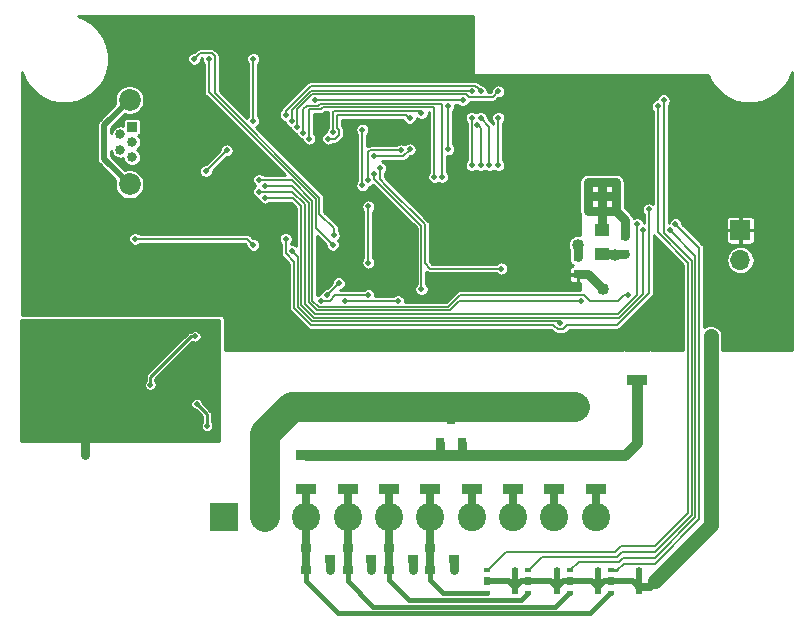
<source format=gbl>
G04 #@! TF.GenerationSoftware,KiCad,Pcbnew,(5.0.0-rc2-dev-390-g2bfbff1)*
G04 #@! TF.CreationDate,2018-04-26T20:39:25-05:00*
G04 #@! TF.ProjectId,WiFi-Gate-Controller,576946692D476174652D436F6E74726F,rev?*
G04 #@! TF.SameCoordinates,Original*
G04 #@! TF.FileFunction,Copper,L2,Bot,Signal*
G04 #@! TF.FilePolarity,Positive*
%FSLAX46Y46*%
G04 Gerber Fmt 4.6, Leading zero omitted, Abs format (unit mm)*
G04 Created by KiCad (PCBNEW (5.0.0-rc2-dev-390-g2bfbff1)) date Thursday, April 26, 2018 at 08:39:25 PM*
%MOMM*%
%LPD*%
G01*
G04 APERTURE LIST*
%ADD10R,0.800000X1.900000*%
%ADD11C,2.400000*%
%ADD12R,2.400000X2.400000*%
%ADD13C,1.850000*%
%ADD14C,0.840000*%
%ADD15R,0.840000X0.840000*%
%ADD16C,0.500000*%
%ADD17R,0.750000X0.800000*%
%ADD18R,0.900000X0.800000*%
%ADD19R,0.500000X0.400000*%
%ADD20R,0.500000X0.750000*%
%ADD21R,0.500000X1.300000*%
%ADD22O,1.700000X1.700000*%
%ADD23R,1.700000X1.700000*%
%ADD24R,1.250000X1.000000*%
%ADD25R,0.800000X0.900000*%
%ADD26R,1.700000X0.900000*%
%ADD27C,1.016000*%
%ADD28C,0.508000*%
%ADD29C,0.762000*%
%ADD30C,0.685800*%
%ADD31C,0.508000*%
%ADD32C,0.635000*%
%ADD33C,0.762000*%
%ADD34C,1.270000*%
%ADD35C,0.431800*%
%ADD36C,0.152400*%
%ADD37C,0.254000*%
%ADD38C,0.889000*%
%ADD39C,2.540000*%
%ADD40C,0.228600*%
G04 APERTURE END LIST*
D10*
X38700000Y-63500000D03*
X39800000Y-63500000D03*
D11*
X75000000Y-74250000D03*
X71500000Y-74250000D03*
X68000000Y-74250000D03*
D12*
X43500000Y-74250000D03*
D11*
X64500000Y-74281729D03*
X61000000Y-74250000D03*
X57500000Y-74250000D03*
X54000000Y-74250000D03*
X47000000Y-74250000D03*
X50500000Y-74250000D03*
D13*
X35530000Y-46125000D03*
X35530000Y-38975000D03*
D14*
X35750000Y-43850000D03*
X34750000Y-43200000D03*
X35750000Y-42550000D03*
X34750000Y-41900000D03*
D15*
X35750000Y-41250000D03*
D16*
X75515000Y-47150000D03*
X74315000Y-47150000D03*
X76715000Y-47150000D03*
X74315000Y-45950000D03*
X75515000Y-45950000D03*
X76715000Y-45950000D03*
X74315000Y-48350000D03*
X75515000Y-48350000D03*
X76715000Y-48350000D03*
D17*
X77500000Y-50500000D03*
X77500000Y-52000000D03*
D18*
X50500000Y-78800000D03*
X50500000Y-76900000D03*
X52500000Y-77850000D03*
X56000000Y-77850000D03*
X54000000Y-76900000D03*
X54000000Y-78800000D03*
X57500000Y-78800000D03*
X57500000Y-76900000D03*
X59500000Y-77850000D03*
X63000000Y-77850000D03*
X61000000Y-76900000D03*
X61000000Y-78800000D03*
D19*
X76300000Y-80700000D03*
D20*
X76300000Y-79750000D03*
D19*
X76300000Y-78800000D03*
X78700000Y-78800000D03*
D21*
X78700000Y-80250000D03*
X75200000Y-80250000D03*
D19*
X75200000Y-78800000D03*
X72800000Y-78800000D03*
D20*
X72800000Y-79750000D03*
D19*
X72800000Y-80700000D03*
X69300000Y-80700000D03*
D20*
X69300000Y-79750000D03*
D19*
X69300000Y-78800000D03*
X71700000Y-78800000D03*
D21*
X71700000Y-80250000D03*
X68200000Y-80250000D03*
D19*
X68200000Y-78800000D03*
X65800000Y-78800000D03*
D20*
X65800000Y-79750000D03*
D19*
X65800000Y-80700000D03*
D22*
X87250000Y-52540000D03*
D23*
X87250000Y-50000000D03*
D24*
X75515000Y-50000000D03*
X75515000Y-52000000D03*
D25*
X63700000Y-68000000D03*
X61800000Y-68000000D03*
X62750000Y-66000000D03*
D26*
X50500000Y-69050000D03*
X50500000Y-71950000D03*
X54000000Y-71950000D03*
X54000000Y-69050000D03*
X57500000Y-69050000D03*
X57500000Y-71950000D03*
X61000000Y-69050000D03*
X61000000Y-71950000D03*
X64500000Y-71950000D03*
X64500000Y-69050000D03*
X68000000Y-71950000D03*
X68000000Y-69050000D03*
X71500000Y-69050000D03*
X71500000Y-71950000D03*
X75000000Y-71950000D03*
X75000000Y-69050000D03*
X78500000Y-62700000D03*
X78500000Y-59800000D03*
D17*
X73500000Y-52250000D03*
X73500000Y-53750000D03*
D27*
X84750000Y-59000000D03*
D28*
X32750000Y-60250000D03*
X32750000Y-60750000D03*
X32750000Y-61250000D03*
X32750000Y-61750000D03*
X32750000Y-62250000D03*
X33500000Y-62250000D03*
X33500000Y-61750000D03*
X33500000Y-61250000D03*
X33500000Y-60750000D03*
X33500000Y-60250000D03*
D29*
X31750000Y-69000000D03*
D27*
X73500000Y-51250000D03*
D29*
X84750000Y-68250000D03*
D28*
X46000000Y-35500000D03*
X42000000Y-45000000D03*
X43750000Y-43250000D03*
X46000000Y-40750000D03*
X49250000Y-51750000D03*
X72000000Y-57897029D03*
X48750000Y-50750000D03*
X79500000Y-48250000D03*
X65250000Y-44500000D03*
X64982600Y-41103843D03*
X63750000Y-39000000D03*
X51246923Y-38994441D03*
X48750000Y-40250000D03*
X66000000Y-44500000D03*
X65250000Y-40500000D03*
X65250000Y-38250000D03*
X49250000Y-40750000D03*
X64500000Y-44500000D03*
X64500000Y-40500000D03*
X64500000Y-38250000D03*
X49750000Y-41250000D03*
X66750000Y-44500000D03*
X66750000Y-40500000D03*
X66750000Y-38250000D03*
X55750000Y-45750000D03*
X58500000Y-43250000D03*
X55250000Y-46216600D03*
X55250000Y-41500000D03*
X77750000Y-55500000D03*
X46500000Y-45750000D03*
X41500000Y-56500000D03*
X41500000Y-57000000D03*
X40750000Y-57000000D03*
X40750000Y-56500000D03*
X41500000Y-56000000D03*
X40750000Y-56000000D03*
X40750000Y-55500000D03*
X41500000Y-55500000D03*
X41100000Y-59000000D03*
X37300000Y-63100000D03*
X52250000Y-59150000D03*
X59250000Y-59150000D03*
X73250000Y-59150000D03*
X66250000Y-59150000D03*
D27*
X75615000Y-55000000D03*
X70535000Y-51785000D03*
X70154000Y-40596000D03*
D28*
X37800000Y-52450000D03*
X52250000Y-52250000D03*
X57500000Y-45750000D03*
X52250000Y-40750000D03*
X45250000Y-49750000D03*
D27*
X40082000Y-37450000D03*
D30*
X59500000Y-33775000D03*
D28*
X40750000Y-55000000D03*
X41500000Y-55000000D03*
X58250000Y-56000000D03*
X53750000Y-56000000D03*
X53250000Y-54500000D03*
X52250000Y-55500000D03*
X47000000Y-47250000D03*
X81250000Y-50000000D03*
X79000000Y-50000000D03*
X46500000Y-46750000D03*
X81750000Y-49500000D03*
X78500000Y-49500000D03*
X47000000Y-46250000D03*
X73750000Y-56000000D03*
X50250000Y-41750000D03*
X62000000Y-45500000D03*
X50750000Y-42250000D03*
X61339597Y-45500000D03*
X59250000Y-40500000D03*
X52352150Y-42250000D03*
X80250000Y-39500000D03*
X80750000Y-39000000D03*
X52763343Y-41733231D03*
X60250000Y-40092220D03*
X56750000Y-44750000D03*
X67000000Y-53250000D03*
X56250000Y-45250000D03*
X60250000Y-55000000D03*
X55750000Y-48000000D03*
X55750000Y-52750000D03*
X55750000Y-55500000D03*
X51750000Y-56000000D03*
D29*
X52500000Y-78750000D03*
X56000000Y-78750000D03*
X59500000Y-78750000D03*
X63000000Y-78750000D03*
X52250000Y-65000000D03*
X59250000Y-65000000D03*
X66250000Y-65000000D03*
X73250000Y-65000000D03*
D28*
X41204000Y-64700000D03*
X42104000Y-66600000D03*
X56250000Y-43750000D03*
X59250000Y-43161400D03*
X62500000Y-43161400D03*
X62500000Y-39500000D03*
X36000000Y-50750000D03*
X46000000Y-51250000D03*
X52750000Y-51250000D03*
X42250000Y-35500000D03*
X52818750Y-50431250D03*
X41000000Y-35500000D03*
D27*
X76631000Y-52119000D03*
D31*
X68200000Y-78800000D02*
X68200000Y-80250000D01*
X71700000Y-78800000D02*
X71700000Y-80250000D01*
X75200000Y-78800000D02*
X75200000Y-80250000D01*
X78700000Y-78800000D02*
X78700000Y-80250000D01*
X67700000Y-79750000D02*
X68200000Y-80250000D01*
X65800000Y-79750000D02*
X67700000Y-79750000D01*
X68700000Y-79750000D02*
X68200000Y-80250000D01*
X69300000Y-79750000D02*
X68700000Y-79750000D01*
X71200000Y-79750000D02*
X71700000Y-80250000D01*
X69300000Y-79750000D02*
X71200000Y-79750000D01*
X72200000Y-79750000D02*
X71700000Y-80250000D01*
X72800000Y-79750000D02*
X72200000Y-79750000D01*
X74700000Y-79750000D02*
X75200000Y-80250000D01*
X72800000Y-79750000D02*
X74700000Y-79750000D01*
X75700000Y-79750000D02*
X76300000Y-79750000D01*
X75200000Y-80250000D02*
X75700000Y-79750000D01*
X78200000Y-79750000D02*
X78700000Y-80250000D01*
X76300000Y-79750000D02*
X78200000Y-79750000D01*
D32*
X79585000Y-80250000D02*
X78700000Y-80250000D01*
X80000000Y-79835000D02*
X79585000Y-80250000D01*
X80000000Y-79750000D02*
X80000000Y-79835000D01*
D33*
X31750000Y-69000000D02*
X31750000Y-67550000D01*
X74315000Y-48350000D02*
X76715000Y-48350000D01*
X76715000Y-48350000D02*
X76715000Y-47150000D01*
X76715000Y-47150000D02*
X76715000Y-45950000D01*
X76715000Y-45950000D02*
X74315000Y-45950000D01*
X74315000Y-45950000D02*
X74315000Y-48350000D01*
X74315000Y-47150000D02*
X76715000Y-47150000D01*
X75515000Y-48350000D02*
X75515000Y-45950000D01*
X75515000Y-48350000D02*
X75515000Y-50000000D01*
X76715000Y-48350000D02*
X77500000Y-49135000D01*
X77500000Y-49135000D02*
X77500000Y-50500000D01*
X73500000Y-52250000D02*
X73500000Y-51250000D01*
D34*
X83750000Y-76000000D02*
X80000000Y-79750000D01*
X84750000Y-75000000D02*
X83750000Y-76000000D01*
X84750000Y-68250000D02*
X84750000Y-75000000D01*
X84750000Y-68250000D02*
X84750000Y-59000000D01*
D32*
X54000000Y-74250000D02*
X54000000Y-76900000D01*
X54000000Y-78800000D02*
X54000000Y-76900000D01*
D35*
X71581580Y-81868420D02*
X56118420Y-81868420D01*
X72750000Y-80700000D02*
X71581580Y-81868420D01*
X72800000Y-80700000D02*
X72750000Y-80700000D01*
X54000000Y-79750000D02*
X54000000Y-78800000D01*
X56118420Y-81868420D02*
X54000000Y-79750000D01*
D32*
X54000000Y-71950000D02*
X54000000Y-74250000D01*
D36*
X42000000Y-45000000D02*
X43750000Y-43250000D01*
X46000000Y-40750000D02*
X46000000Y-35500000D01*
X49780760Y-52280760D02*
X49780760Y-54469240D01*
X49250000Y-51750000D02*
X49780760Y-52280760D01*
X49780761Y-56502513D02*
X50997487Y-57719237D01*
X49780760Y-54469240D02*
X49780761Y-56502513D01*
X50997487Y-57719237D02*
X55500000Y-57719238D01*
X55500000Y-57719238D02*
X71780763Y-57719238D01*
X71822209Y-57719238D02*
X72000000Y-57897029D01*
X71780763Y-57719238D02*
X71822209Y-57719238D01*
X48750000Y-51964250D02*
X49475950Y-52690200D01*
X48750000Y-50750000D02*
X48750000Y-51964250D01*
X49475950Y-52690200D02*
X49475950Y-53000000D01*
X49475950Y-53000000D02*
X49475950Y-56628767D01*
X55373742Y-58024046D02*
X55373744Y-58024048D01*
X50871232Y-58024046D02*
X55373742Y-58024046D01*
X49475950Y-56628767D02*
X50871232Y-58024046D01*
X55373744Y-58024048D02*
X69750000Y-58024048D01*
X69750000Y-58024048D02*
X71500000Y-58024048D01*
X72231649Y-58379630D02*
X72500000Y-58111279D01*
X71768351Y-58379630D02*
X72231649Y-58379630D01*
X71500000Y-58111279D02*
X71768351Y-58379630D01*
X71500000Y-58024048D02*
X71500000Y-58111279D01*
X72500000Y-58111279D02*
X72500000Y-58000000D01*
X79500000Y-55326382D02*
X79500000Y-48250000D01*
X76826382Y-58000000D02*
X79500000Y-55326382D01*
X72500000Y-58000000D02*
X76826382Y-58000000D01*
X65250000Y-41371243D02*
X64982600Y-41103843D01*
X65250000Y-44500000D02*
X65250000Y-41371243D01*
X51252482Y-39000000D02*
X51246923Y-38994441D01*
X63750000Y-39000000D02*
X51252482Y-39000000D01*
X66000000Y-41250000D02*
X65250000Y-40500000D01*
X66000000Y-44500000D02*
X66000000Y-41250000D01*
X64996001Y-37996001D02*
X65250000Y-38250000D01*
X64767399Y-37767399D02*
X64996001Y-37996001D01*
X50870469Y-37767399D02*
X64767399Y-37767399D01*
X48750000Y-39887868D02*
X50870469Y-37767399D01*
X48750000Y-40250000D02*
X48750000Y-39887868D01*
X50873744Y-38195190D02*
X64195190Y-38195190D01*
X49250000Y-39818934D02*
X50873744Y-38195190D01*
X49250000Y-40750000D02*
X49250000Y-39818934D01*
X64250000Y-38250000D02*
X64195190Y-38195190D01*
X64500000Y-38250000D02*
X64250000Y-38250000D01*
X64500000Y-40500000D02*
X64500000Y-44500000D01*
X51000000Y-38500000D02*
X49750000Y-39750000D01*
X49750000Y-39750000D02*
X49750000Y-41250000D01*
X64000000Y-38500000D02*
X51000000Y-38500000D01*
X66750000Y-44500000D02*
X66750000Y-41250000D01*
X66750000Y-41250000D02*
X66750000Y-40500000D01*
X66267399Y-38732601D02*
X64232601Y-38732601D01*
X66750000Y-38250000D02*
X66267399Y-38732601D01*
X64232601Y-38732601D02*
X64000000Y-38500000D01*
X55750000Y-45390790D02*
X55750000Y-45750000D01*
X55750000Y-43390790D02*
X55750000Y-45390790D01*
X55890790Y-43250000D02*
X55750000Y-43390790D01*
X56250000Y-43250000D02*
X55890790Y-43250000D01*
X56250000Y-43250000D02*
X58500000Y-43250000D01*
X55250000Y-41500000D02*
X55250000Y-46216600D01*
D32*
X57500000Y-74250000D02*
X57500000Y-76900000D01*
X57500000Y-76900000D02*
X57500000Y-78800000D01*
D35*
X69250000Y-80700000D02*
X69300000Y-80700000D01*
X68665790Y-81284210D02*
X69250000Y-80700000D01*
X59152410Y-81284210D02*
X68665790Y-81284210D01*
X57500000Y-79631800D02*
X59152410Y-81284210D01*
X57500000Y-78800000D02*
X57500000Y-79631800D01*
D32*
X57500000Y-71950000D02*
X57500000Y-74250000D01*
X61000000Y-78800000D02*
X61000000Y-76900000D01*
X61000000Y-74250000D02*
X61000000Y-76900000D01*
D35*
X61000000Y-79631800D02*
X61000000Y-78800000D01*
X62068200Y-80700000D02*
X61000000Y-79631800D01*
X65800000Y-80700000D02*
X62068200Y-80700000D01*
D32*
X61000000Y-71950000D02*
X61000000Y-74250000D01*
D36*
X51000000Y-55964250D02*
X51000000Y-47500000D01*
X51535750Y-56500000D02*
X51000000Y-55964250D01*
X62500000Y-56500000D02*
X51535750Y-56500000D01*
X74500000Y-56000000D02*
X74000000Y-55500000D01*
X49250000Y-45750000D02*
X46500000Y-45750000D01*
X51000000Y-47500000D02*
X49250000Y-45750000D01*
X74000000Y-55500000D02*
X63500000Y-55500000D01*
X76890790Y-56000000D02*
X74500000Y-56000000D01*
X77390790Y-55500000D02*
X76890790Y-56000000D01*
X63500000Y-55500000D02*
X62500000Y-56500000D01*
X77750000Y-55500000D02*
X77390790Y-55500000D01*
D37*
X40740790Y-59000000D02*
X37300000Y-62440790D01*
X41100000Y-59000000D02*
X40740790Y-59000000D01*
X37300000Y-62440790D02*
X37300000Y-63100000D01*
D38*
X78500000Y-59000000D02*
X78500000Y-59800000D01*
X77550000Y-59800000D02*
X78500000Y-59800000D01*
X78500000Y-59800000D02*
X79450000Y-59800000D01*
X79450000Y-59800000D02*
X79250000Y-59600000D01*
X79250000Y-59600000D02*
X79250000Y-59000000D01*
X78500000Y-59800000D02*
X78300000Y-59800000D01*
X78300000Y-59800000D02*
X77500000Y-59000000D01*
D33*
X74365000Y-53750000D02*
X75615000Y-55000000D01*
X73500000Y-53750000D02*
X74365000Y-53750000D01*
D32*
X75000000Y-71950000D02*
X75000000Y-74250000D01*
X71500000Y-71950000D02*
X71500000Y-74250000D01*
X68000000Y-71950000D02*
X68000000Y-74250000D01*
X64500000Y-71950000D02*
X64500000Y-74281729D01*
D31*
X35530000Y-46125000D02*
X33400000Y-43995000D01*
X33400000Y-41105000D02*
X35530000Y-38975000D01*
X33400000Y-43995000D02*
X33400000Y-41105000D01*
D36*
X58250000Y-56000000D02*
X53750000Y-56000000D01*
X53250000Y-54500000D02*
X52250000Y-55500000D01*
X72850000Y-78800000D02*
X73587182Y-78062818D01*
D37*
X72800000Y-78800000D02*
X72850000Y-78800000D01*
D36*
X77279250Y-77750000D02*
X79925250Y-77750000D01*
X76966432Y-78062818D02*
X77279250Y-77750000D01*
X73587182Y-78062818D02*
X76966432Y-78062818D01*
X49387868Y-47250000D02*
X47000000Y-47250000D01*
X50085570Y-47947702D02*
X49387868Y-47250000D01*
X50085570Y-56376256D02*
X50085570Y-47947702D01*
X51123742Y-57414428D02*
X50085570Y-56376256D01*
X76980887Y-57414429D02*
X51123742Y-57414428D01*
X79000000Y-55395316D02*
X76980887Y-57414429D01*
X79000000Y-50000000D02*
X79000000Y-55395316D01*
X80000000Y-77750000D02*
X83445190Y-74304810D01*
X79925250Y-77750000D02*
X80000000Y-77750000D01*
X83445190Y-52195190D02*
X81250000Y-50000000D01*
X83445190Y-74304810D02*
X83445190Y-52195190D01*
D37*
X76300000Y-78800000D02*
X76804000Y-78800000D01*
D36*
X50390380Y-47821446D02*
X49318934Y-46750000D01*
X49318934Y-46750000D02*
X46500000Y-46750000D01*
X51249999Y-57109619D02*
X50390380Y-56250000D01*
X50390380Y-56250000D02*
X50390380Y-47821446D01*
X76854631Y-57109619D02*
X51249999Y-57109619D01*
X78500000Y-49500000D02*
X78500000Y-55464250D01*
X78500000Y-55464250D02*
X76854631Y-57109619D01*
X83750000Y-74500000D02*
X83750000Y-51500000D01*
X83750000Y-51500000D02*
X81750000Y-49500000D01*
X80000000Y-78250000D02*
X83750000Y-74500000D01*
X77354000Y-78250000D02*
X80000000Y-78250000D01*
X76804000Y-78800000D02*
X77354000Y-78250000D01*
X49250000Y-46250000D02*
X47000000Y-46250000D01*
X50695190Y-56090506D02*
X50695190Y-47695190D01*
X50695190Y-47695190D02*
X49250000Y-46250000D01*
X62626256Y-56804810D02*
X51409493Y-56804809D01*
X63431066Y-56000000D02*
X62626256Y-56804810D01*
X51409493Y-56804809D02*
X50695190Y-56090506D01*
X73750000Y-56000000D02*
X63431066Y-56000000D01*
X62000000Y-39304810D02*
X62000000Y-44500000D01*
X50250000Y-41750000D02*
X50250000Y-39750000D01*
X51650804Y-39304810D02*
X62000000Y-39304810D01*
X51478572Y-39477042D02*
X51650804Y-39304810D01*
X50522958Y-39477042D02*
X51478572Y-39477042D01*
X62000000Y-44500000D02*
X62000000Y-45500000D01*
X50250000Y-39750000D02*
X50522958Y-39477042D01*
X61339597Y-39699217D02*
X61250000Y-39609620D01*
X51890380Y-39609620D02*
X51718148Y-39781852D01*
X51718148Y-39781852D02*
X50750000Y-39781852D01*
X61250000Y-39609620D02*
X51890380Y-39609620D01*
X61339597Y-45500000D02*
X61339597Y-39699217D01*
X50750000Y-39781852D02*
X50750000Y-42250000D01*
D37*
X65800000Y-78800000D02*
X65850000Y-78800000D01*
D36*
X53068153Y-40219240D02*
X58969240Y-40219240D01*
X53068153Y-41318153D02*
X53068153Y-40219240D01*
X53245944Y-41964880D02*
X53245944Y-41495944D01*
X53245944Y-41495944D02*
X53068153Y-41318153D01*
X58969240Y-40219240D02*
X59250000Y-40500000D01*
X52352150Y-42250000D02*
X52960824Y-42250000D01*
X52960824Y-42250000D02*
X53245944Y-41964880D01*
X80250000Y-50181066D02*
X80250000Y-50000000D01*
X82835570Y-73914430D02*
X82835570Y-52766636D01*
X80000000Y-76750000D02*
X82835570Y-73914430D01*
X65850000Y-78800000D02*
X67400000Y-77250000D01*
X76629750Y-77250000D02*
X77129750Y-76750000D01*
X82835570Y-52766636D02*
X80250000Y-50181066D01*
X67400000Y-77250000D02*
X76629750Y-77250000D01*
X77129750Y-76750000D02*
X80000000Y-76750000D01*
X80250000Y-39500000D02*
X80250000Y-50000000D01*
X52835570Y-39914430D02*
X57250000Y-39914430D01*
X52763343Y-41733231D02*
X52763343Y-40151087D01*
X59664430Y-39914430D02*
X60072210Y-39914430D01*
X52763343Y-39986657D02*
X52835570Y-39914430D01*
X57250000Y-39914430D02*
X59664430Y-39914430D01*
X52763343Y-40151087D02*
X52763343Y-39986657D01*
X60072210Y-39914430D02*
X60250000Y-40092220D01*
D37*
X69300000Y-78800000D02*
X69350000Y-78800000D01*
D36*
X83140380Y-52640380D02*
X80750000Y-50250000D01*
X80000000Y-77250000D02*
X83140380Y-74109620D01*
X77204500Y-77250000D02*
X80000000Y-77250000D01*
X76798090Y-77656410D02*
X77204500Y-77250000D01*
X80750000Y-50250000D02*
X80750000Y-39000000D01*
X83140380Y-74109620D02*
X83140380Y-52640380D01*
X70493590Y-77656410D02*
X76798090Y-77656410D01*
X69350000Y-78800000D02*
X70493590Y-77656410D01*
X56750000Y-44750000D02*
X56750000Y-45714250D01*
X56750000Y-45714250D02*
X57285750Y-46250000D01*
X60554810Y-49519060D02*
X60554810Y-50123744D01*
X57285750Y-46250000D02*
X60554810Y-49519060D01*
X60554810Y-50123744D02*
X60554810Y-52804810D01*
X61000000Y-53250000D02*
X67000000Y-53250000D01*
X60554810Y-52804810D02*
X61000000Y-53250000D01*
X60250000Y-49645316D02*
X60250000Y-50250000D01*
X56250000Y-45645316D02*
X60250000Y-49645316D01*
X56250000Y-45250000D02*
X56250000Y-45645316D01*
X60250000Y-50250000D02*
X60250000Y-55000000D01*
X55750000Y-48000000D02*
X55750000Y-51250000D01*
X55750000Y-51250000D02*
X55750000Y-52750000D01*
X55750000Y-55500000D02*
X52964250Y-55500000D01*
X52464250Y-56000000D02*
X52964250Y-55500000D01*
X51750000Y-56000000D02*
X52464250Y-56000000D01*
D32*
X50500000Y-78800000D02*
X50500000Y-76900000D01*
X50500000Y-76900000D02*
X50500000Y-74250000D01*
D35*
X74497370Y-82452630D02*
X53202630Y-82452630D01*
X76250000Y-80700000D02*
X74497370Y-82452630D01*
X76300000Y-80700000D02*
X76250000Y-80700000D01*
X50500000Y-79750000D02*
X50500000Y-78800000D01*
X53202630Y-82452630D02*
X50500000Y-79750000D01*
D32*
X50500000Y-71950000D02*
X50500000Y-74250000D01*
D33*
X52500000Y-77850000D02*
X52500000Y-78750000D01*
X56000000Y-77850000D02*
X56000000Y-78750000D01*
X59500000Y-77850000D02*
X59500000Y-78750000D01*
X63000000Y-77850000D02*
X63000000Y-78750000D01*
D39*
X49250000Y-65000000D02*
X52250000Y-65000000D01*
X47000000Y-67250000D02*
X49250000Y-65000000D01*
X47000000Y-74250000D02*
X47000000Y-67250000D01*
X52250000Y-65000000D02*
X59250000Y-65000000D01*
X66250000Y-65000000D02*
X73250000Y-65000000D01*
D33*
X62750000Y-66000000D02*
X62750000Y-65000000D01*
D39*
X62750000Y-65000000D02*
X66250000Y-65000000D01*
X59250000Y-65000000D02*
X62750000Y-65000000D01*
D37*
X42104000Y-65600000D02*
X41204000Y-64700000D01*
X42104000Y-66600000D02*
X42104000Y-65600000D01*
D36*
X59250000Y-43214250D02*
X59250000Y-43161400D01*
X58714250Y-43750000D02*
X59250000Y-43214250D01*
X56250000Y-43750000D02*
X58714250Y-43750000D01*
X62500000Y-43161400D02*
X62500000Y-39500000D01*
X45746001Y-50996001D02*
X45500000Y-50750000D01*
X46000000Y-51250000D02*
X45746001Y-50996001D01*
X45500000Y-50750000D02*
X36000000Y-50750000D01*
X52750000Y-51250000D02*
X51304810Y-49804810D01*
X51304810Y-49804810D02*
X51304809Y-47373743D01*
X51304809Y-47373743D02*
X43431066Y-39500000D01*
X42250000Y-38318934D02*
X43431066Y-39500000D01*
X42250000Y-35500000D02*
X42250000Y-38318934D01*
X42481649Y-35017399D02*
X41482601Y-35017399D01*
X42732601Y-38370469D02*
X42732601Y-35268351D01*
X51609618Y-47247486D02*
X42732601Y-38370469D01*
X41253999Y-35246001D02*
X41000000Y-35500000D01*
X41482601Y-35017399D02*
X41253999Y-35246001D01*
X42732601Y-35268351D02*
X42481649Y-35017399D01*
X51609618Y-48609618D02*
X51609618Y-47247486D01*
X52818750Y-49818750D02*
X51609618Y-48609618D01*
X52818750Y-50431250D02*
X52818750Y-49818750D01*
D38*
X50500000Y-69050000D02*
X54000000Y-69050000D01*
X54000000Y-69050000D02*
X57500000Y-69050000D01*
X57500000Y-69050000D02*
X61000000Y-69050000D01*
X64500000Y-69050000D02*
X68000000Y-69050000D01*
X68000000Y-69050000D02*
X71500000Y-69050000D01*
X71500000Y-69050000D02*
X75000000Y-69050000D01*
X75000000Y-69050000D02*
X75400000Y-69050000D01*
X78500000Y-64050000D02*
X78500000Y-62700000D01*
X78500000Y-65950000D02*
X78500000Y-64050000D01*
X77450000Y-69050000D02*
X75000000Y-69050000D01*
X78500000Y-68000000D02*
X77450000Y-69050000D01*
X78500000Y-65950000D02*
X78500000Y-68000000D01*
D33*
X61800000Y-69000000D02*
X61750000Y-69050000D01*
X61800000Y-68000000D02*
X61800000Y-69000000D01*
D38*
X61000000Y-69050000D02*
X61750000Y-69050000D01*
D33*
X63700000Y-68850000D02*
X63500000Y-69050000D01*
X63700000Y-68000000D02*
X63700000Y-68850000D01*
D38*
X63500000Y-69050000D02*
X64500000Y-69050000D01*
X61750000Y-69050000D02*
X63500000Y-69050000D01*
D33*
X76512000Y-52000000D02*
X76631000Y-52119000D01*
X75515000Y-52000000D02*
X76512000Y-52000000D01*
X76750000Y-52000000D02*
X76631000Y-52119000D01*
X77500000Y-52000000D02*
X76750000Y-52000000D01*
D37*
G36*
X43123000Y-67873000D02*
X26329400Y-67873000D01*
X26329400Y-64647465D01*
X40670600Y-64647465D01*
X40670600Y-64752535D01*
X40691098Y-64855587D01*
X40731307Y-64952660D01*
X40789681Y-65040023D01*
X40863977Y-65114319D01*
X40951340Y-65172693D01*
X41048413Y-65212902D01*
X41151465Y-65233400D01*
X41162664Y-65233400D01*
X41697601Y-65768337D01*
X41697600Y-66252058D01*
X41689681Y-66259977D01*
X41631307Y-66347340D01*
X41591098Y-66444413D01*
X41570600Y-66547465D01*
X41570600Y-66652535D01*
X41591098Y-66755587D01*
X41631307Y-66852660D01*
X41689681Y-66940023D01*
X41763977Y-67014319D01*
X41851340Y-67072693D01*
X41948413Y-67112902D01*
X42051465Y-67133400D01*
X42156535Y-67133400D01*
X42259587Y-67112902D01*
X42356660Y-67072693D01*
X42444023Y-67014319D01*
X42518319Y-66940023D01*
X42576693Y-66852660D01*
X42616902Y-66755587D01*
X42637400Y-66652535D01*
X42637400Y-66547465D01*
X42616902Y-66444413D01*
X42576693Y-66347340D01*
X42518319Y-66259977D01*
X42510400Y-66252058D01*
X42510400Y-65619952D01*
X42512365Y-65599999D01*
X42510400Y-65580046D01*
X42510400Y-65580040D01*
X42504519Y-65520332D01*
X42481281Y-65443725D01*
X42443544Y-65373124D01*
X42392758Y-65311242D01*
X42377254Y-65298518D01*
X41737400Y-64658664D01*
X41737400Y-64647465D01*
X41716902Y-64544413D01*
X41676693Y-64447340D01*
X41618319Y-64359977D01*
X41544023Y-64285681D01*
X41456660Y-64227307D01*
X41359587Y-64187098D01*
X41256535Y-64166600D01*
X41151465Y-64166600D01*
X41048413Y-64187098D01*
X40951340Y-64227307D01*
X40863977Y-64285681D01*
X40789681Y-64359977D01*
X40731307Y-64447340D01*
X40691098Y-64544413D01*
X40670600Y-64647465D01*
X26329400Y-64647465D01*
X26329400Y-63047465D01*
X36766600Y-63047465D01*
X36766600Y-63152535D01*
X36787098Y-63255587D01*
X36827307Y-63352660D01*
X36885681Y-63440023D01*
X36959977Y-63514319D01*
X37047340Y-63572693D01*
X37144413Y-63612902D01*
X37247465Y-63633400D01*
X37352535Y-63633400D01*
X37455587Y-63612902D01*
X37552660Y-63572693D01*
X37640023Y-63514319D01*
X37714319Y-63440023D01*
X37772693Y-63352660D01*
X37812902Y-63255587D01*
X37833400Y-63152535D01*
X37833400Y-63047465D01*
X37812902Y-62944413D01*
X37772693Y-62847340D01*
X37714319Y-62759977D01*
X37706400Y-62752058D01*
X37706400Y-62609126D01*
X40844639Y-59470888D01*
X40847340Y-59472693D01*
X40944413Y-59512902D01*
X41047465Y-59533400D01*
X41152535Y-59533400D01*
X41255587Y-59512902D01*
X41352660Y-59472693D01*
X41440023Y-59414319D01*
X41514319Y-59340023D01*
X41572693Y-59252660D01*
X41612902Y-59155587D01*
X41633400Y-59052535D01*
X41633400Y-58947465D01*
X41612902Y-58844413D01*
X41572693Y-58747340D01*
X41514319Y-58659977D01*
X41440023Y-58585681D01*
X41352660Y-58527307D01*
X41255587Y-58487098D01*
X41152535Y-58466600D01*
X41047465Y-58466600D01*
X40944413Y-58487098D01*
X40847340Y-58527307D01*
X40759977Y-58585681D01*
X40752837Y-58592821D01*
X40740790Y-58591635D01*
X40720837Y-58593600D01*
X40720830Y-58593600D01*
X40668394Y-58598765D01*
X40661121Y-58599481D01*
X40584515Y-58622719D01*
X40513914Y-58660456D01*
X40488536Y-58681283D01*
X40467535Y-58698518D01*
X40467530Y-58698523D01*
X40452032Y-58711242D01*
X40439313Y-58726740D01*
X37026746Y-62139308D01*
X37011242Y-62152032D01*
X36960456Y-62213915D01*
X36922719Y-62284516D01*
X36899481Y-62361123D01*
X36893600Y-62420831D01*
X36893600Y-62420837D01*
X36891635Y-62440790D01*
X36893600Y-62460743D01*
X36893600Y-62752058D01*
X36885681Y-62759977D01*
X36827307Y-62847340D01*
X36787098Y-62944413D01*
X36766600Y-63047465D01*
X26329400Y-63047465D01*
X26329400Y-57627000D01*
X43123000Y-57627000D01*
X43123000Y-67873000D01*
X43123000Y-67873000D01*
G37*
X43123000Y-67873000D02*
X26329400Y-67873000D01*
X26329400Y-64647465D01*
X40670600Y-64647465D01*
X40670600Y-64752535D01*
X40691098Y-64855587D01*
X40731307Y-64952660D01*
X40789681Y-65040023D01*
X40863977Y-65114319D01*
X40951340Y-65172693D01*
X41048413Y-65212902D01*
X41151465Y-65233400D01*
X41162664Y-65233400D01*
X41697601Y-65768337D01*
X41697600Y-66252058D01*
X41689681Y-66259977D01*
X41631307Y-66347340D01*
X41591098Y-66444413D01*
X41570600Y-66547465D01*
X41570600Y-66652535D01*
X41591098Y-66755587D01*
X41631307Y-66852660D01*
X41689681Y-66940023D01*
X41763977Y-67014319D01*
X41851340Y-67072693D01*
X41948413Y-67112902D01*
X42051465Y-67133400D01*
X42156535Y-67133400D01*
X42259587Y-67112902D01*
X42356660Y-67072693D01*
X42444023Y-67014319D01*
X42518319Y-66940023D01*
X42576693Y-66852660D01*
X42616902Y-66755587D01*
X42637400Y-66652535D01*
X42637400Y-66547465D01*
X42616902Y-66444413D01*
X42576693Y-66347340D01*
X42518319Y-66259977D01*
X42510400Y-66252058D01*
X42510400Y-65619952D01*
X42512365Y-65599999D01*
X42510400Y-65580046D01*
X42510400Y-65580040D01*
X42504519Y-65520332D01*
X42481281Y-65443725D01*
X42443544Y-65373124D01*
X42392758Y-65311242D01*
X42377254Y-65298518D01*
X41737400Y-64658664D01*
X41737400Y-64647465D01*
X41716902Y-64544413D01*
X41676693Y-64447340D01*
X41618319Y-64359977D01*
X41544023Y-64285681D01*
X41456660Y-64227307D01*
X41359587Y-64187098D01*
X41256535Y-64166600D01*
X41151465Y-64166600D01*
X41048413Y-64187098D01*
X40951340Y-64227307D01*
X40863977Y-64285681D01*
X40789681Y-64359977D01*
X40731307Y-64447340D01*
X40691098Y-64544413D01*
X40670600Y-64647465D01*
X26329400Y-64647465D01*
X26329400Y-63047465D01*
X36766600Y-63047465D01*
X36766600Y-63152535D01*
X36787098Y-63255587D01*
X36827307Y-63352660D01*
X36885681Y-63440023D01*
X36959977Y-63514319D01*
X37047340Y-63572693D01*
X37144413Y-63612902D01*
X37247465Y-63633400D01*
X37352535Y-63633400D01*
X37455587Y-63612902D01*
X37552660Y-63572693D01*
X37640023Y-63514319D01*
X37714319Y-63440023D01*
X37772693Y-63352660D01*
X37812902Y-63255587D01*
X37833400Y-63152535D01*
X37833400Y-63047465D01*
X37812902Y-62944413D01*
X37772693Y-62847340D01*
X37714319Y-62759977D01*
X37706400Y-62752058D01*
X37706400Y-62609126D01*
X40844639Y-59470888D01*
X40847340Y-59472693D01*
X40944413Y-59512902D01*
X41047465Y-59533400D01*
X41152535Y-59533400D01*
X41255587Y-59512902D01*
X41352660Y-59472693D01*
X41440023Y-59414319D01*
X41514319Y-59340023D01*
X41572693Y-59252660D01*
X41612902Y-59155587D01*
X41633400Y-59052535D01*
X41633400Y-58947465D01*
X41612902Y-58844413D01*
X41572693Y-58747340D01*
X41514319Y-58659977D01*
X41440023Y-58585681D01*
X41352660Y-58527307D01*
X41255587Y-58487098D01*
X41152535Y-58466600D01*
X41047465Y-58466600D01*
X40944413Y-58487098D01*
X40847340Y-58527307D01*
X40759977Y-58585681D01*
X40752837Y-58592821D01*
X40740790Y-58591635D01*
X40720837Y-58593600D01*
X40720830Y-58593600D01*
X40668394Y-58598765D01*
X40661121Y-58599481D01*
X40584515Y-58622719D01*
X40513914Y-58660456D01*
X40488536Y-58681283D01*
X40467535Y-58698518D01*
X40467530Y-58698523D01*
X40452032Y-58711242D01*
X40439313Y-58726740D01*
X37026746Y-62139308D01*
X37011242Y-62152032D01*
X36960456Y-62213915D01*
X36922719Y-62284516D01*
X36899481Y-62361123D01*
X36893600Y-62420831D01*
X36893600Y-62420837D01*
X36891635Y-62440790D01*
X36893600Y-62460743D01*
X36893600Y-62752058D01*
X36885681Y-62759977D01*
X36827307Y-62847340D01*
X36787098Y-62944413D01*
X36766600Y-63047465D01*
X26329400Y-63047465D01*
X26329400Y-57627000D01*
X43123000Y-57627000D01*
X43123000Y-67873000D01*
D40*
G36*
X64635700Y-36750000D02*
X64644401Y-36793741D01*
X64669178Y-36830822D01*
X64706259Y-36855599D01*
X64750000Y-36864300D01*
X84490662Y-36864300D01*
X84664120Y-37283065D01*
X85076077Y-37899601D01*
X85600399Y-38423923D01*
X86216935Y-38835880D01*
X86901994Y-39119640D01*
X87629249Y-39264300D01*
X88370751Y-39264300D01*
X89098006Y-39119640D01*
X89783065Y-38835880D01*
X90399601Y-38423923D01*
X90923923Y-37899601D01*
X91335880Y-37283065D01*
X91607100Y-36628280D01*
X91607101Y-60135700D01*
X85727900Y-60135700D01*
X85727900Y-58951965D01*
X85713750Y-58808298D01*
X85657833Y-58623963D01*
X85567028Y-58454079D01*
X85444825Y-58305175D01*
X85295921Y-58182972D01*
X85126037Y-58092167D01*
X84941702Y-58036250D01*
X84750000Y-58017369D01*
X84558299Y-58036250D01*
X84373964Y-58092167D01*
X84204080Y-58182972D01*
X84169100Y-58211679D01*
X84169100Y-52540000D01*
X86051329Y-52540000D01*
X86074361Y-52773849D01*
X86142572Y-52998712D01*
X86253341Y-53205946D01*
X86402412Y-53387588D01*
X86584054Y-53536659D01*
X86791288Y-53647428D01*
X87016151Y-53715639D01*
X87191406Y-53732900D01*
X87308594Y-53732900D01*
X87483849Y-53715639D01*
X87708712Y-53647428D01*
X87915946Y-53536659D01*
X88097588Y-53387588D01*
X88246659Y-53205946D01*
X88357428Y-52998712D01*
X88425639Y-52773849D01*
X88448671Y-52540000D01*
X88425639Y-52306151D01*
X88357428Y-52081288D01*
X88246659Y-51874054D01*
X88097588Y-51692412D01*
X87915946Y-51543341D01*
X87708712Y-51432572D01*
X87483849Y-51364361D01*
X87308594Y-51347100D01*
X87191406Y-51347100D01*
X87016151Y-51364361D01*
X86791288Y-51432572D01*
X86584054Y-51543341D01*
X86402412Y-51692412D01*
X86253341Y-51874054D01*
X86142572Y-52081288D01*
X86074361Y-52306151D01*
X86051329Y-52540000D01*
X84169100Y-52540000D01*
X84169100Y-51520579D01*
X84171127Y-51499999D01*
X84163035Y-51417842D01*
X84153094Y-51385071D01*
X84139071Y-51338842D01*
X84100154Y-51266034D01*
X84047782Y-51202218D01*
X84031794Y-51189097D01*
X82947472Y-50104775D01*
X86031700Y-50104775D01*
X86031700Y-50886274D01*
X86045853Y-50957429D01*
X86073617Y-51024455D01*
X86113922Y-51084777D01*
X86165222Y-51136077D01*
X86225544Y-51176383D01*
X86292570Y-51204146D01*
X86363725Y-51218300D01*
X87145225Y-51218300D01*
X87237300Y-51126225D01*
X87237300Y-50012700D01*
X87262700Y-50012700D01*
X87262700Y-51126225D01*
X87354775Y-51218300D01*
X88136275Y-51218300D01*
X88207430Y-51204146D01*
X88274456Y-51176383D01*
X88334778Y-51136077D01*
X88386078Y-51084777D01*
X88426383Y-51024455D01*
X88454147Y-50957429D01*
X88468300Y-50886274D01*
X88468300Y-50104775D01*
X88376225Y-50012700D01*
X87262700Y-50012700D01*
X87237300Y-50012700D01*
X86123775Y-50012700D01*
X86031700Y-50104775D01*
X82947472Y-50104775D01*
X82346900Y-49504204D01*
X82346900Y-49441210D01*
X82323961Y-49325891D01*
X82278966Y-49217262D01*
X82213642Y-49119499D01*
X82207869Y-49113726D01*
X86031700Y-49113726D01*
X86031700Y-49895225D01*
X86123775Y-49987300D01*
X87237300Y-49987300D01*
X87237300Y-48873775D01*
X87262700Y-48873775D01*
X87262700Y-49987300D01*
X88376225Y-49987300D01*
X88468300Y-49895225D01*
X88468300Y-49113726D01*
X88454147Y-49042571D01*
X88426383Y-48975545D01*
X88386078Y-48915223D01*
X88334778Y-48863923D01*
X88274456Y-48823617D01*
X88207430Y-48795854D01*
X88136275Y-48781700D01*
X87354775Y-48781700D01*
X87262700Y-48873775D01*
X87237300Y-48873775D01*
X87145225Y-48781700D01*
X86363725Y-48781700D01*
X86292570Y-48795854D01*
X86225544Y-48823617D01*
X86165222Y-48863923D01*
X86113922Y-48915223D01*
X86073617Y-48975545D01*
X86045853Y-49042571D01*
X86031700Y-49113726D01*
X82207869Y-49113726D01*
X82130501Y-49036358D01*
X82032738Y-48971034D01*
X81924109Y-48926039D01*
X81808790Y-48903100D01*
X81691210Y-48903100D01*
X81575891Y-48926039D01*
X81467262Y-48971034D01*
X81369499Y-49036358D01*
X81286358Y-49119499D01*
X81221034Y-49217262D01*
X81176039Y-49325891D01*
X81169100Y-49360775D01*
X81169100Y-39425043D01*
X81213642Y-39380501D01*
X81278966Y-39282738D01*
X81323961Y-39174109D01*
X81346900Y-39058790D01*
X81346900Y-38941210D01*
X81323961Y-38825891D01*
X81278966Y-38717262D01*
X81213642Y-38619499D01*
X81130501Y-38536358D01*
X81032738Y-38471034D01*
X80924109Y-38426039D01*
X80808790Y-38403100D01*
X80691210Y-38403100D01*
X80575891Y-38426039D01*
X80467262Y-38471034D01*
X80369499Y-38536358D01*
X80286358Y-38619499D01*
X80221034Y-38717262D01*
X80176039Y-38825891D01*
X80159423Y-38909423D01*
X80075891Y-38926039D01*
X79967262Y-38971034D01*
X79869499Y-39036358D01*
X79786358Y-39119499D01*
X79721034Y-39217262D01*
X79676039Y-39325891D01*
X79653100Y-39441210D01*
X79653100Y-39558790D01*
X79676039Y-39674109D01*
X79721034Y-39782738D01*
X79786358Y-39880501D01*
X79830900Y-39925043D01*
X79830901Y-47753216D01*
X79782738Y-47721034D01*
X79674109Y-47676039D01*
X79558790Y-47653100D01*
X79441210Y-47653100D01*
X79325891Y-47676039D01*
X79217262Y-47721034D01*
X79119499Y-47786358D01*
X79036358Y-47869499D01*
X78971034Y-47967262D01*
X78926039Y-48075891D01*
X78903100Y-48191210D01*
X78903100Y-48308790D01*
X78926039Y-48424109D01*
X78971034Y-48532738D01*
X79036358Y-48630501D01*
X79080901Y-48675044D01*
X79080901Y-49360779D01*
X79073961Y-49325891D01*
X79028966Y-49217262D01*
X78963642Y-49119499D01*
X78880501Y-49036358D01*
X78782738Y-48971034D01*
X78674109Y-48926039D01*
X78558790Y-48903100D01*
X78441210Y-48903100D01*
X78325891Y-48926039D01*
X78217262Y-48971034D01*
X78208509Y-48976883D01*
X78172032Y-48856635D01*
X78104813Y-48730877D01*
X78014350Y-48620649D01*
X77986734Y-48597985D01*
X77438900Y-48050152D01*
X77438900Y-47185555D01*
X77442402Y-47150000D01*
X77438900Y-47114444D01*
X77438900Y-45985556D01*
X77442402Y-45950000D01*
X77428425Y-45808091D01*
X77387032Y-45671635D01*
X77319813Y-45545877D01*
X77229351Y-45435649D01*
X77119123Y-45345187D01*
X76993365Y-45277968D01*
X76856909Y-45236575D01*
X76750556Y-45226100D01*
X76715000Y-45222598D01*
X76679444Y-45226100D01*
X75550556Y-45226100D01*
X75515000Y-45222598D01*
X75479444Y-45226100D01*
X74350556Y-45226100D01*
X74315000Y-45222598D01*
X74279444Y-45226100D01*
X74173091Y-45236575D01*
X74036635Y-45277968D01*
X73910877Y-45345187D01*
X73800649Y-45435649D01*
X73710187Y-45545877D01*
X73642968Y-45671635D01*
X73601575Y-45808091D01*
X73587598Y-45950000D01*
X73591100Y-45985556D01*
X73591100Y-47114439D01*
X73587598Y-47150000D01*
X73591101Y-47185561D01*
X73591101Y-48314434D01*
X73587598Y-48350000D01*
X73601575Y-48491909D01*
X73635700Y-48604405D01*
X73635700Y-50409422D01*
X73583806Y-50399100D01*
X73416194Y-50399100D01*
X73251802Y-50431800D01*
X73096948Y-50495942D01*
X72957583Y-50589063D01*
X72839063Y-50707583D01*
X72745942Y-50846948D01*
X72681800Y-51001802D01*
X72649100Y-51166194D01*
X72649100Y-51333806D01*
X72681800Y-51498198D01*
X72745942Y-51653052D01*
X72776101Y-51698187D01*
X72776100Y-52285555D01*
X72780441Y-52329629D01*
X72780441Y-52650000D01*
X72787062Y-52717220D01*
X72806669Y-52781857D01*
X72838510Y-52841427D01*
X72881360Y-52893640D01*
X72933573Y-52936490D01*
X72993143Y-52968331D01*
X73057616Y-52987888D01*
X73017570Y-52995854D01*
X72950544Y-53023617D01*
X72890222Y-53063923D01*
X72838922Y-53115223D01*
X72798617Y-53175545D01*
X72770853Y-53242571D01*
X72756700Y-53313726D01*
X72756700Y-53645225D01*
X72848775Y-53737300D01*
X73487300Y-53737300D01*
X73487300Y-53717300D01*
X73512700Y-53717300D01*
X73512700Y-53737300D01*
X73532700Y-53737300D01*
X73532700Y-53762700D01*
X73512700Y-53762700D01*
X73512700Y-54426225D01*
X73604775Y-54518300D01*
X73635700Y-54518300D01*
X73635700Y-55080900D01*
X63520580Y-55080900D01*
X63500000Y-55078873D01*
X63443722Y-55084416D01*
X63417842Y-55086965D01*
X63338842Y-55110929D01*
X63266034Y-55149846D01*
X63202218Y-55202218D01*
X63189099Y-55218204D01*
X62326404Y-56080900D01*
X58842502Y-56080900D01*
X58846900Y-56058790D01*
X58846900Y-55941210D01*
X58823961Y-55825891D01*
X58778966Y-55717262D01*
X58713642Y-55619499D01*
X58630501Y-55536358D01*
X58532738Y-55471034D01*
X58424109Y-55426039D01*
X58308790Y-55403100D01*
X58191210Y-55403100D01*
X58075891Y-55426039D01*
X57967262Y-55471034D01*
X57869499Y-55536358D01*
X57824957Y-55580900D01*
X56342502Y-55580900D01*
X56346900Y-55558790D01*
X56346900Y-55441210D01*
X56323961Y-55325891D01*
X56278966Y-55217262D01*
X56213642Y-55119499D01*
X56130501Y-55036358D01*
X56032738Y-54971034D01*
X55924109Y-54926039D01*
X55808790Y-54903100D01*
X55691210Y-54903100D01*
X55575891Y-54926039D01*
X55467262Y-54971034D01*
X55369499Y-55036358D01*
X55324957Y-55080900D01*
X53389225Y-55080900D01*
X53424109Y-55073961D01*
X53532738Y-55028966D01*
X53630501Y-54963642D01*
X53713642Y-54880501D01*
X53778966Y-54782738D01*
X53823961Y-54674109D01*
X53846900Y-54558790D01*
X53846900Y-54441210D01*
X53823961Y-54325891D01*
X53778966Y-54217262D01*
X53713642Y-54119499D01*
X53630501Y-54036358D01*
X53532738Y-53971034D01*
X53424109Y-53926039D01*
X53308790Y-53903100D01*
X53191210Y-53903100D01*
X53075891Y-53926039D01*
X52967262Y-53971034D01*
X52869499Y-54036358D01*
X52786358Y-54119499D01*
X52721034Y-54217262D01*
X52676039Y-54325891D01*
X52653100Y-54441210D01*
X52653100Y-54504203D01*
X52254204Y-54903100D01*
X52191210Y-54903100D01*
X52075891Y-54926039D01*
X51967262Y-54971034D01*
X51869499Y-55036358D01*
X51786358Y-55119499D01*
X51721034Y-55217262D01*
X51676039Y-55325891D01*
X51659423Y-55409423D01*
X51575891Y-55426039D01*
X51467262Y-55471034D01*
X51419100Y-55503215D01*
X51419100Y-50511796D01*
X52153100Y-51245797D01*
X52153100Y-51308790D01*
X52176039Y-51424109D01*
X52221034Y-51532738D01*
X52286358Y-51630501D01*
X52369499Y-51713642D01*
X52467262Y-51778966D01*
X52575891Y-51823961D01*
X52691210Y-51846900D01*
X52808790Y-51846900D01*
X52924109Y-51823961D01*
X53032738Y-51778966D01*
X53130501Y-51713642D01*
X53213642Y-51630501D01*
X53278966Y-51532738D01*
X53323961Y-51424109D01*
X53346900Y-51308790D01*
X53346900Y-51191210D01*
X53323961Y-51075891D01*
X53278966Y-50967262D01*
X53218049Y-50876094D01*
X53282392Y-50811751D01*
X53347716Y-50713988D01*
X53392711Y-50605359D01*
X53415650Y-50490040D01*
X53415650Y-50372460D01*
X53392711Y-50257141D01*
X53347716Y-50148512D01*
X53282392Y-50050749D01*
X53237850Y-50006207D01*
X53237850Y-49839330D01*
X53239877Y-49818750D01*
X53231785Y-49736592D01*
X53225921Y-49717262D01*
X53207821Y-49657592D01*
X53168904Y-49584784D01*
X53116532Y-49520968D01*
X53100544Y-49507847D01*
X52028718Y-48436022D01*
X52028718Y-47941210D01*
X55153100Y-47941210D01*
X55153100Y-48058790D01*
X55176039Y-48174109D01*
X55221034Y-48282738D01*
X55286358Y-48380501D01*
X55330900Y-48425043D01*
X55330901Y-51229411D01*
X55330900Y-51229421D01*
X55330901Y-52324956D01*
X55286358Y-52369499D01*
X55221034Y-52467262D01*
X55176039Y-52575891D01*
X55153100Y-52691210D01*
X55153100Y-52808790D01*
X55176039Y-52924109D01*
X55221034Y-53032738D01*
X55286358Y-53130501D01*
X55369499Y-53213642D01*
X55467262Y-53278966D01*
X55575891Y-53323961D01*
X55691210Y-53346900D01*
X55808790Y-53346900D01*
X55924109Y-53323961D01*
X56032738Y-53278966D01*
X56130501Y-53213642D01*
X56213642Y-53130501D01*
X56278966Y-53032738D01*
X56323961Y-52924109D01*
X56346900Y-52808790D01*
X56346900Y-52691210D01*
X56323961Y-52575891D01*
X56278966Y-52467262D01*
X56213642Y-52369499D01*
X56169100Y-52324957D01*
X56169100Y-48425043D01*
X56213642Y-48380501D01*
X56278966Y-48282738D01*
X56323961Y-48174109D01*
X56346900Y-48058790D01*
X56346900Y-47941210D01*
X56323961Y-47825891D01*
X56278966Y-47717262D01*
X56213642Y-47619499D01*
X56130501Y-47536358D01*
X56032738Y-47471034D01*
X55924109Y-47426039D01*
X55808790Y-47403100D01*
X55691210Y-47403100D01*
X55575891Y-47426039D01*
X55467262Y-47471034D01*
X55369499Y-47536358D01*
X55286358Y-47619499D01*
X55221034Y-47717262D01*
X55176039Y-47825891D01*
X55153100Y-47941210D01*
X52028718Y-47941210D01*
X52028718Y-47268066D01*
X52030745Y-47247486D01*
X52022653Y-47165328D01*
X52017957Y-47149846D01*
X51998689Y-47086328D01*
X51959772Y-47013520D01*
X51907400Y-46949704D01*
X51891413Y-46936584D01*
X46248129Y-41293301D01*
X46282738Y-41278966D01*
X46380501Y-41213642D01*
X46463642Y-41130501D01*
X46528966Y-41032738D01*
X46573961Y-40924109D01*
X46596900Y-40808790D01*
X46596900Y-40691210D01*
X46573961Y-40575891D01*
X46528966Y-40467262D01*
X46463642Y-40369499D01*
X46419100Y-40324957D01*
X46419100Y-40191210D01*
X48153100Y-40191210D01*
X48153100Y-40308790D01*
X48176039Y-40424109D01*
X48221034Y-40532738D01*
X48286358Y-40630501D01*
X48369499Y-40713642D01*
X48467262Y-40778966D01*
X48575891Y-40823961D01*
X48659423Y-40840577D01*
X48676039Y-40924109D01*
X48721034Y-41032738D01*
X48786358Y-41130501D01*
X48869499Y-41213642D01*
X48967262Y-41278966D01*
X49075891Y-41323961D01*
X49159423Y-41340577D01*
X49176039Y-41424109D01*
X49221034Y-41532738D01*
X49286358Y-41630501D01*
X49369499Y-41713642D01*
X49467262Y-41778966D01*
X49575891Y-41823961D01*
X49659423Y-41840577D01*
X49676039Y-41924109D01*
X49721034Y-42032738D01*
X49786358Y-42130501D01*
X49869499Y-42213642D01*
X49967262Y-42278966D01*
X50075891Y-42323961D01*
X50159423Y-42340577D01*
X50176039Y-42424109D01*
X50221034Y-42532738D01*
X50286358Y-42630501D01*
X50369499Y-42713642D01*
X50467262Y-42778966D01*
X50575891Y-42823961D01*
X50691210Y-42846900D01*
X50808790Y-42846900D01*
X50924109Y-42823961D01*
X51032738Y-42778966D01*
X51130501Y-42713642D01*
X51213642Y-42630501D01*
X51278966Y-42532738D01*
X51323961Y-42424109D01*
X51346900Y-42308790D01*
X51346900Y-42191210D01*
X51323961Y-42075891D01*
X51278966Y-41967262D01*
X51213642Y-41869499D01*
X51169100Y-41824957D01*
X51169100Y-40200952D01*
X51697568Y-40200952D01*
X51718148Y-40202979D01*
X51738728Y-40200952D01*
X51800306Y-40194887D01*
X51879306Y-40170923D01*
X51952114Y-40132006D01*
X52015930Y-40079634D01*
X52029055Y-40063641D01*
X52063976Y-40028720D01*
X52344243Y-40028720D01*
X52344243Y-40171666D01*
X52344244Y-40171676D01*
X52344243Y-41308188D01*
X52299701Y-41352730D01*
X52234377Y-41450493D01*
X52189382Y-41559122D01*
X52166443Y-41674441D01*
X52166443Y-41680843D01*
X52069412Y-41721034D01*
X51971649Y-41786358D01*
X51888508Y-41869499D01*
X51823184Y-41967262D01*
X51778189Y-42075891D01*
X51755250Y-42191210D01*
X51755250Y-42308790D01*
X51778189Y-42424109D01*
X51823184Y-42532738D01*
X51888508Y-42630501D01*
X51971649Y-42713642D01*
X52069412Y-42778966D01*
X52178041Y-42823961D01*
X52293360Y-42846900D01*
X52410940Y-42846900D01*
X52526259Y-42823961D01*
X52634888Y-42778966D01*
X52732651Y-42713642D01*
X52777193Y-42669100D01*
X52940244Y-42669100D01*
X52960824Y-42671127D01*
X52981404Y-42669100D01*
X53042982Y-42663035D01*
X53121982Y-42639071D01*
X53194790Y-42600154D01*
X53258606Y-42547782D01*
X53271731Y-42531789D01*
X53527739Y-42275782D01*
X53543726Y-42262662D01*
X53596098Y-42198846D01*
X53635015Y-42126038D01*
X53658979Y-42047038D01*
X53665044Y-41985460D01*
X53665044Y-41985459D01*
X53667071Y-41964880D01*
X53665044Y-41944300D01*
X53665044Y-41516521D01*
X53667071Y-41495943D01*
X53664246Y-41467262D01*
X53661681Y-41441210D01*
X54653100Y-41441210D01*
X54653100Y-41558790D01*
X54676039Y-41674109D01*
X54721034Y-41782738D01*
X54786358Y-41880501D01*
X54830900Y-41925043D01*
X54830901Y-45791556D01*
X54786358Y-45836099D01*
X54721034Y-45933862D01*
X54676039Y-46042491D01*
X54653100Y-46157810D01*
X54653100Y-46275390D01*
X54676039Y-46390709D01*
X54721034Y-46499338D01*
X54786358Y-46597101D01*
X54869499Y-46680242D01*
X54967262Y-46745566D01*
X55075891Y-46790561D01*
X55191210Y-46813500D01*
X55308790Y-46813500D01*
X55424109Y-46790561D01*
X55532738Y-46745566D01*
X55630501Y-46680242D01*
X55713642Y-46597101D01*
X55778966Y-46499338D01*
X55823961Y-46390709D01*
X55833659Y-46341953D01*
X55924109Y-46323961D01*
X56032738Y-46278966D01*
X56130501Y-46213642D01*
X56178065Y-46166078D01*
X59830900Y-49818913D01*
X59830901Y-50229411D01*
X59830900Y-50229421D01*
X59830901Y-54574956D01*
X59786358Y-54619499D01*
X59721034Y-54717262D01*
X59676039Y-54825891D01*
X59653100Y-54941210D01*
X59653100Y-55058790D01*
X59676039Y-55174109D01*
X59721034Y-55282738D01*
X59786358Y-55380501D01*
X59869499Y-55463642D01*
X59967262Y-55528966D01*
X60075891Y-55573961D01*
X60191210Y-55596900D01*
X60308790Y-55596900D01*
X60424109Y-55573961D01*
X60532738Y-55528966D01*
X60630501Y-55463642D01*
X60713642Y-55380501D01*
X60778966Y-55282738D01*
X60823961Y-55174109D01*
X60846900Y-55058790D01*
X60846900Y-54941210D01*
X60823961Y-54825891D01*
X60778966Y-54717262D01*
X60713642Y-54619499D01*
X60669100Y-54574957D01*
X60669100Y-53854775D01*
X72756700Y-53854775D01*
X72756700Y-54186274D01*
X72770853Y-54257429D01*
X72798617Y-54324455D01*
X72838922Y-54384777D01*
X72890222Y-54436077D01*
X72950544Y-54476383D01*
X73017570Y-54504146D01*
X73088725Y-54518300D01*
X73395225Y-54518300D01*
X73487300Y-54426225D01*
X73487300Y-53762700D01*
X72848775Y-53762700D01*
X72756700Y-53854775D01*
X60669100Y-53854775D01*
X60669100Y-53511797D01*
X60689097Y-53531794D01*
X60702218Y-53547782D01*
X60766034Y-53600154D01*
X60838842Y-53639071D01*
X60917842Y-53663035D01*
X61000000Y-53671127D01*
X61020580Y-53669100D01*
X66574957Y-53669100D01*
X66619499Y-53713642D01*
X66717262Y-53778966D01*
X66825891Y-53823961D01*
X66941210Y-53846900D01*
X67058790Y-53846900D01*
X67174109Y-53823961D01*
X67282738Y-53778966D01*
X67380501Y-53713642D01*
X67463642Y-53630501D01*
X67528966Y-53532738D01*
X67573961Y-53424109D01*
X67596900Y-53308790D01*
X67596900Y-53191210D01*
X67573961Y-53075891D01*
X67528966Y-52967262D01*
X67463642Y-52869499D01*
X67380501Y-52786358D01*
X67282738Y-52721034D01*
X67174109Y-52676039D01*
X67058790Y-52653100D01*
X66941210Y-52653100D01*
X66825891Y-52676039D01*
X66717262Y-52721034D01*
X66619499Y-52786358D01*
X66574957Y-52830900D01*
X61173597Y-52830900D01*
X60973910Y-52631214D01*
X60973910Y-49539640D01*
X60975937Y-49519060D01*
X60967845Y-49436902D01*
X60964550Y-49426039D01*
X60943881Y-49357902D01*
X60904964Y-49285094D01*
X60852592Y-49221278D01*
X60836606Y-49208159D01*
X57596655Y-45968209D01*
X57596650Y-45968203D01*
X57169100Y-45540654D01*
X57169100Y-45175043D01*
X57213642Y-45130501D01*
X57278966Y-45032738D01*
X57323961Y-44924109D01*
X57346900Y-44808790D01*
X57346900Y-44691210D01*
X57323961Y-44575891D01*
X57278966Y-44467262D01*
X57213642Y-44369499D01*
X57130501Y-44286358D01*
X57032738Y-44221034D01*
X56924109Y-44176039D01*
X56889225Y-44169100D01*
X58693670Y-44169100D01*
X58714250Y-44171127D01*
X58734830Y-44169100D01*
X58796408Y-44163035D01*
X58875408Y-44139071D01*
X58948216Y-44100154D01*
X59012032Y-44047782D01*
X59025157Y-44031789D01*
X59298647Y-43758300D01*
X59308790Y-43758300D01*
X59424109Y-43735361D01*
X59532738Y-43690366D01*
X59630501Y-43625042D01*
X59713642Y-43541901D01*
X59778966Y-43444138D01*
X59823961Y-43335509D01*
X59846900Y-43220190D01*
X59846900Y-43102610D01*
X59823961Y-42987291D01*
X59778966Y-42878662D01*
X59713642Y-42780899D01*
X59630501Y-42697758D01*
X59532738Y-42632434D01*
X59424109Y-42587439D01*
X59308790Y-42564500D01*
X59191210Y-42564500D01*
X59075891Y-42587439D01*
X58967262Y-42632434D01*
X58869499Y-42697758D01*
X58820794Y-42746463D01*
X58782738Y-42721034D01*
X58674109Y-42676039D01*
X58558790Y-42653100D01*
X58441210Y-42653100D01*
X58325891Y-42676039D01*
X58217262Y-42721034D01*
X58119499Y-42786358D01*
X58074957Y-42830900D01*
X55911369Y-42830900D01*
X55890789Y-42828873D01*
X55808632Y-42836965D01*
X55729632Y-42860929D01*
X55669100Y-42893284D01*
X55669100Y-41925043D01*
X55713642Y-41880501D01*
X55778966Y-41782738D01*
X55823961Y-41674109D01*
X55846900Y-41558790D01*
X55846900Y-41441210D01*
X55823961Y-41325891D01*
X55778966Y-41217262D01*
X55713642Y-41119499D01*
X55630501Y-41036358D01*
X55532738Y-40971034D01*
X55424109Y-40926039D01*
X55308790Y-40903100D01*
X55191210Y-40903100D01*
X55075891Y-40926039D01*
X54967262Y-40971034D01*
X54869499Y-41036358D01*
X54786358Y-41119499D01*
X54721034Y-41217262D01*
X54676039Y-41325891D01*
X54653100Y-41441210D01*
X53661681Y-41441210D01*
X53658979Y-41413786D01*
X53635015Y-41334786D01*
X53596098Y-41261978D01*
X53543726Y-41198162D01*
X53527733Y-41185037D01*
X53487253Y-41144557D01*
X53487253Y-40638340D01*
X58668924Y-40638340D01*
X58676039Y-40674109D01*
X58721034Y-40782738D01*
X58786358Y-40880501D01*
X58869499Y-40963642D01*
X58967262Y-41028966D01*
X59075891Y-41073961D01*
X59191210Y-41096900D01*
X59308790Y-41096900D01*
X59424109Y-41073961D01*
X59532738Y-41028966D01*
X59630501Y-40963642D01*
X59713642Y-40880501D01*
X59778966Y-40782738D01*
X59823961Y-40674109D01*
X59846900Y-40558790D01*
X59846900Y-40533263D01*
X59869499Y-40555862D01*
X59967262Y-40621186D01*
X60075891Y-40666181D01*
X60191210Y-40689120D01*
X60308790Y-40689120D01*
X60424109Y-40666181D01*
X60532738Y-40621186D01*
X60630501Y-40555862D01*
X60713642Y-40472721D01*
X60778966Y-40374958D01*
X60823961Y-40266329D01*
X60846900Y-40151010D01*
X60846900Y-40033430D01*
X60845963Y-40028720D01*
X60920498Y-40028720D01*
X60920497Y-45074957D01*
X60875955Y-45119499D01*
X60810631Y-45217262D01*
X60765636Y-45325891D01*
X60742697Y-45441210D01*
X60742697Y-45558790D01*
X60765636Y-45674109D01*
X60810631Y-45782738D01*
X60875955Y-45880501D01*
X60959096Y-45963642D01*
X61056859Y-46028966D01*
X61165488Y-46073961D01*
X61280807Y-46096900D01*
X61398387Y-46096900D01*
X61513706Y-46073961D01*
X61622335Y-46028966D01*
X61669799Y-45997251D01*
X61717262Y-46028966D01*
X61825891Y-46073961D01*
X61941210Y-46096900D01*
X62058790Y-46096900D01*
X62174109Y-46073961D01*
X62282738Y-46028966D01*
X62380501Y-45963642D01*
X62463642Y-45880501D01*
X62528966Y-45782738D01*
X62573961Y-45674109D01*
X62596900Y-45558790D01*
X62596900Y-45441210D01*
X62573961Y-45325891D01*
X62528966Y-45217262D01*
X62463642Y-45119499D01*
X62419100Y-45074957D01*
X62419100Y-43753902D01*
X62441210Y-43758300D01*
X62558790Y-43758300D01*
X62674109Y-43735361D01*
X62782738Y-43690366D01*
X62880501Y-43625042D01*
X62963642Y-43541901D01*
X63028966Y-43444138D01*
X63073961Y-43335509D01*
X63096900Y-43220190D01*
X63096900Y-43102610D01*
X63073961Y-42987291D01*
X63028966Y-42878662D01*
X62963642Y-42780899D01*
X62919100Y-42736357D01*
X62919100Y-40441210D01*
X63903100Y-40441210D01*
X63903100Y-40558790D01*
X63926039Y-40674109D01*
X63971034Y-40782738D01*
X64036358Y-40880501D01*
X64080900Y-40925043D01*
X64080901Y-44074956D01*
X64036358Y-44119499D01*
X63971034Y-44217262D01*
X63926039Y-44325891D01*
X63903100Y-44441210D01*
X63903100Y-44558790D01*
X63926039Y-44674109D01*
X63971034Y-44782738D01*
X64036358Y-44880501D01*
X64119499Y-44963642D01*
X64217262Y-45028966D01*
X64325891Y-45073961D01*
X64441210Y-45096900D01*
X64558790Y-45096900D01*
X64674109Y-45073961D01*
X64782738Y-45028966D01*
X64875000Y-44967318D01*
X64967262Y-45028966D01*
X65075891Y-45073961D01*
X65191210Y-45096900D01*
X65308790Y-45096900D01*
X65424109Y-45073961D01*
X65532738Y-45028966D01*
X65625000Y-44967318D01*
X65717262Y-45028966D01*
X65825891Y-45073961D01*
X65941210Y-45096900D01*
X66058790Y-45096900D01*
X66174109Y-45073961D01*
X66282738Y-45028966D01*
X66375000Y-44967318D01*
X66467262Y-45028966D01*
X66575891Y-45073961D01*
X66691210Y-45096900D01*
X66808790Y-45096900D01*
X66924109Y-45073961D01*
X67032738Y-45028966D01*
X67130501Y-44963642D01*
X67213642Y-44880501D01*
X67278966Y-44782738D01*
X67323961Y-44674109D01*
X67346900Y-44558790D01*
X67346900Y-44441210D01*
X67323961Y-44325891D01*
X67278966Y-44217262D01*
X67213642Y-44119499D01*
X67169100Y-44074957D01*
X67169100Y-40925043D01*
X67213642Y-40880501D01*
X67278966Y-40782738D01*
X67323961Y-40674109D01*
X67346900Y-40558790D01*
X67346900Y-40441210D01*
X67323961Y-40325891D01*
X67278966Y-40217262D01*
X67213642Y-40119499D01*
X67130501Y-40036358D01*
X67032738Y-39971034D01*
X66924109Y-39926039D01*
X66808790Y-39903100D01*
X66691210Y-39903100D01*
X66575891Y-39926039D01*
X66467262Y-39971034D01*
X66369499Y-40036358D01*
X66286358Y-40119499D01*
X66221034Y-40217262D01*
X66176039Y-40325891D01*
X66153100Y-40441210D01*
X66153100Y-40558790D01*
X66176039Y-40674109D01*
X66221034Y-40782738D01*
X66286358Y-40880501D01*
X66330900Y-40925043D01*
X66330900Y-40992573D01*
X66297782Y-40952218D01*
X66281794Y-40939097D01*
X65846900Y-40504204D01*
X65846900Y-40441210D01*
X65823961Y-40325891D01*
X65778966Y-40217262D01*
X65713642Y-40119499D01*
X65630501Y-40036358D01*
X65532738Y-39971034D01*
X65424109Y-39926039D01*
X65308790Y-39903100D01*
X65191210Y-39903100D01*
X65075891Y-39926039D01*
X64967262Y-39971034D01*
X64875000Y-40032682D01*
X64782738Y-39971034D01*
X64674109Y-39926039D01*
X64558790Y-39903100D01*
X64441210Y-39903100D01*
X64325891Y-39926039D01*
X64217262Y-39971034D01*
X64119499Y-40036358D01*
X64036358Y-40119499D01*
X63971034Y-40217262D01*
X63926039Y-40325891D01*
X63903100Y-40441210D01*
X62919100Y-40441210D01*
X62919100Y-39925043D01*
X62963642Y-39880501D01*
X63028966Y-39782738D01*
X63073961Y-39674109D01*
X63096900Y-39558790D01*
X63096900Y-39441210D01*
X63092502Y-39419100D01*
X63324957Y-39419100D01*
X63369499Y-39463642D01*
X63467262Y-39528966D01*
X63575891Y-39573961D01*
X63691210Y-39596900D01*
X63808790Y-39596900D01*
X63924109Y-39573961D01*
X64032738Y-39528966D01*
X64130501Y-39463642D01*
X64213642Y-39380501D01*
X64278966Y-39282738D01*
X64323961Y-39174109D01*
X64328418Y-39151701D01*
X66246819Y-39151701D01*
X66267399Y-39153728D01*
X66287979Y-39151701D01*
X66349557Y-39145636D01*
X66428557Y-39121672D01*
X66501365Y-39082755D01*
X66565181Y-39030383D01*
X66578306Y-39014390D01*
X66745796Y-38846900D01*
X66808790Y-38846900D01*
X66924109Y-38823961D01*
X67032738Y-38778966D01*
X67130501Y-38713642D01*
X67213642Y-38630501D01*
X67278966Y-38532738D01*
X67323961Y-38424109D01*
X67346900Y-38308790D01*
X67346900Y-38191210D01*
X67323961Y-38075891D01*
X67278966Y-37967262D01*
X67213642Y-37869499D01*
X67130501Y-37786358D01*
X67032738Y-37721034D01*
X66924109Y-37676039D01*
X66808790Y-37653100D01*
X66691210Y-37653100D01*
X66575891Y-37676039D01*
X66467262Y-37721034D01*
X66369499Y-37786358D01*
X66286358Y-37869499D01*
X66221034Y-37967262D01*
X66176039Y-38075891D01*
X66153100Y-38191210D01*
X66153100Y-38254204D01*
X66093803Y-38313501D01*
X65845963Y-38313501D01*
X65846900Y-38308790D01*
X65846900Y-38191210D01*
X65823961Y-38075891D01*
X65778966Y-37967262D01*
X65713642Y-37869499D01*
X65630501Y-37786358D01*
X65532738Y-37721034D01*
X65424109Y-37676039D01*
X65308790Y-37653100D01*
X65245796Y-37653100D01*
X65078306Y-37485610D01*
X65065181Y-37469617D01*
X65001365Y-37417245D01*
X64928557Y-37378328D01*
X64849557Y-37354364D01*
X64787979Y-37348299D01*
X64767399Y-37346272D01*
X64746819Y-37348299D01*
X50891048Y-37348299D01*
X50870468Y-37346272D01*
X50788311Y-37354364D01*
X50709311Y-37378328D01*
X50636503Y-37417245D01*
X50572687Y-37469617D01*
X50559566Y-37485605D01*
X48468206Y-39576966D01*
X48452219Y-39590086D01*
X48430083Y-39617059D01*
X48399846Y-39653903D01*
X48369323Y-39711007D01*
X48360930Y-39726710D01*
X48336965Y-39805710D01*
X48335525Y-39820332D01*
X48286358Y-39869499D01*
X48221034Y-39967262D01*
X48176039Y-40075891D01*
X48153100Y-40191210D01*
X46419100Y-40191210D01*
X46419100Y-35925043D01*
X46463642Y-35880501D01*
X46528966Y-35782738D01*
X46573961Y-35674109D01*
X46596900Y-35558790D01*
X46596900Y-35441210D01*
X46573961Y-35325891D01*
X46528966Y-35217262D01*
X46463642Y-35119499D01*
X46380501Y-35036358D01*
X46282738Y-34971034D01*
X46174109Y-34926039D01*
X46058790Y-34903100D01*
X45941210Y-34903100D01*
X45825891Y-34926039D01*
X45717262Y-34971034D01*
X45619499Y-35036358D01*
X45536358Y-35119499D01*
X45471034Y-35217262D01*
X45426039Y-35325891D01*
X45403100Y-35441210D01*
X45403100Y-35558790D01*
X45426039Y-35674109D01*
X45471034Y-35782738D01*
X45536358Y-35880501D01*
X45580901Y-35925044D01*
X45580900Y-40324957D01*
X45536358Y-40369499D01*
X45471034Y-40467262D01*
X45456699Y-40501871D01*
X43151701Y-38196873D01*
X43151701Y-35288931D01*
X43153728Y-35268351D01*
X43145636Y-35186193D01*
X43141250Y-35171735D01*
X43121672Y-35107193D01*
X43082755Y-35034385D01*
X43030383Y-34970569D01*
X43014385Y-34957440D01*
X42792557Y-34735611D01*
X42779431Y-34719617D01*
X42715615Y-34667245D01*
X42642807Y-34628328D01*
X42563807Y-34604364D01*
X42502229Y-34598299D01*
X42481649Y-34596272D01*
X42461069Y-34598299D01*
X41503180Y-34598299D01*
X41482600Y-34596272D01*
X41401489Y-34604261D01*
X41400443Y-34604364D01*
X41321443Y-34628328D01*
X41248635Y-34667245D01*
X41184819Y-34719617D01*
X41171694Y-34735610D01*
X41004204Y-34903100D01*
X40941210Y-34903100D01*
X40825891Y-34926039D01*
X40717262Y-34971034D01*
X40619499Y-35036358D01*
X40536358Y-35119499D01*
X40471034Y-35217262D01*
X40426039Y-35325891D01*
X40403100Y-35441210D01*
X40403100Y-35558790D01*
X40426039Y-35674109D01*
X40471034Y-35782738D01*
X40536358Y-35880501D01*
X40619499Y-35963642D01*
X40717262Y-36028966D01*
X40825891Y-36073961D01*
X40941210Y-36096900D01*
X41058790Y-36096900D01*
X41174109Y-36073961D01*
X41282738Y-36028966D01*
X41380501Y-35963642D01*
X41463642Y-35880501D01*
X41528966Y-35782738D01*
X41573961Y-35674109D01*
X41596900Y-35558790D01*
X41596900Y-35495796D01*
X41653501Y-35439195D01*
X41653100Y-35441210D01*
X41653100Y-35558790D01*
X41676039Y-35674109D01*
X41721034Y-35782738D01*
X41786358Y-35880501D01*
X41830900Y-35925043D01*
X41830901Y-38298344D01*
X41828873Y-38318934D01*
X41836965Y-38401091D01*
X41860930Y-38480092D01*
X41897111Y-38547781D01*
X41899847Y-38552900D01*
X41952219Y-38616716D01*
X41968206Y-38629836D01*
X43149270Y-39810901D01*
X43149276Y-39810906D01*
X48669269Y-45330900D01*
X46925043Y-45330900D01*
X46880501Y-45286358D01*
X46782738Y-45221034D01*
X46674109Y-45176039D01*
X46558790Y-45153100D01*
X46441210Y-45153100D01*
X46325891Y-45176039D01*
X46217262Y-45221034D01*
X46119499Y-45286358D01*
X46036358Y-45369499D01*
X45971034Y-45467262D01*
X45926039Y-45575891D01*
X45903100Y-45691210D01*
X45903100Y-45808790D01*
X45926039Y-45924109D01*
X45971034Y-46032738D01*
X46036358Y-46130501D01*
X46119499Y-46213642D01*
X46173912Y-46250000D01*
X46119499Y-46286358D01*
X46036358Y-46369499D01*
X45971034Y-46467262D01*
X45926039Y-46575891D01*
X45903100Y-46691210D01*
X45903100Y-46808790D01*
X45926039Y-46924109D01*
X45971034Y-47032738D01*
X46036358Y-47130501D01*
X46119499Y-47213642D01*
X46217262Y-47278966D01*
X46325891Y-47323961D01*
X46409423Y-47340577D01*
X46426039Y-47424109D01*
X46471034Y-47532738D01*
X46536358Y-47630501D01*
X46619499Y-47713642D01*
X46717262Y-47778966D01*
X46825891Y-47823961D01*
X46941210Y-47846900D01*
X47058790Y-47846900D01*
X47174109Y-47823961D01*
X47282738Y-47778966D01*
X47380501Y-47713642D01*
X47425043Y-47669100D01*
X49214272Y-47669100D01*
X49666471Y-48121299D01*
X49666471Y-51322328D01*
X49630501Y-51286358D01*
X49532738Y-51221034D01*
X49424109Y-51176039D01*
X49308790Y-51153100D01*
X49191210Y-51153100D01*
X49191002Y-51153141D01*
X49213642Y-51130501D01*
X49278966Y-51032738D01*
X49323961Y-50924109D01*
X49346900Y-50808790D01*
X49346900Y-50691210D01*
X49323961Y-50575891D01*
X49278966Y-50467262D01*
X49213642Y-50369499D01*
X49130501Y-50286358D01*
X49032738Y-50221034D01*
X48924109Y-50176039D01*
X48808790Y-50153100D01*
X48691210Y-50153100D01*
X48575891Y-50176039D01*
X48467262Y-50221034D01*
X48369499Y-50286358D01*
X48286358Y-50369499D01*
X48221034Y-50467262D01*
X48176039Y-50575891D01*
X48153100Y-50691210D01*
X48153100Y-50808790D01*
X48176039Y-50924109D01*
X48221034Y-51032738D01*
X48286358Y-51130501D01*
X48330900Y-51175043D01*
X48330901Y-51943660D01*
X48328873Y-51964250D01*
X48336965Y-52046407D01*
X48360930Y-52125408D01*
X48399846Y-52198215D01*
X48403614Y-52202806D01*
X48452219Y-52262032D01*
X48468206Y-52275152D01*
X49056850Y-52863797D01*
X49056850Y-52979421D01*
X49056851Y-56608177D01*
X49054823Y-56628767D01*
X49062915Y-56710924D01*
X49086880Y-56789926D01*
X49125796Y-56862732D01*
X49125797Y-56862733D01*
X49178169Y-56926549D01*
X49194157Y-56939670D01*
X50560330Y-58305841D01*
X50573450Y-58321828D01*
X50637266Y-58374200D01*
X50672578Y-58393075D01*
X50710073Y-58413117D01*
X50736480Y-58421127D01*
X50789074Y-58437081D01*
X50850652Y-58443146D01*
X50871232Y-58445173D01*
X50891812Y-58443146D01*
X55353144Y-58443146D01*
X55353164Y-58443148D01*
X55373744Y-58445175D01*
X55394324Y-58443148D01*
X71239173Y-58443148D01*
X71457440Y-58661414D01*
X71470569Y-58677412D01*
X71534385Y-58729784D01*
X71607193Y-58768701D01*
X71686193Y-58792665D01*
X71768351Y-58800757D01*
X71788931Y-58798730D01*
X72211069Y-58798730D01*
X72231649Y-58800757D01*
X72252229Y-58798730D01*
X72313807Y-58792665D01*
X72392807Y-58768701D01*
X72465615Y-58729784D01*
X72529431Y-58677412D01*
X72542556Y-58661418D01*
X72781785Y-58422189D01*
X72785549Y-58419100D01*
X76805802Y-58419100D01*
X76826382Y-58421127D01*
X76846962Y-58419100D01*
X76908540Y-58413035D01*
X76987540Y-58389071D01*
X77060348Y-58350154D01*
X77124164Y-58297782D01*
X77137289Y-58281789D01*
X79781796Y-55637283D01*
X79797782Y-55624164D01*
X79850154Y-55560348D01*
X79889071Y-55487540D01*
X79913035Y-55408540D01*
X79919100Y-55346962D01*
X79919100Y-55346961D01*
X79921127Y-55326382D01*
X79919100Y-55305802D01*
X79919100Y-50438493D01*
X79952218Y-50478848D01*
X79968211Y-50491973D01*
X82416471Y-52940234D01*
X82416471Y-60135700D01*
X79718300Y-60135700D01*
X79718300Y-59904775D01*
X79626225Y-59812700D01*
X78512700Y-59812700D01*
X78512700Y-59832700D01*
X78487300Y-59832700D01*
X78487300Y-59812700D01*
X77373775Y-59812700D01*
X77281700Y-59904775D01*
X77281700Y-60135700D01*
X43592900Y-60135700D01*
X43592900Y-59313726D01*
X77281700Y-59313726D01*
X77281700Y-59695225D01*
X77373775Y-59787300D01*
X78487300Y-59787300D01*
X78487300Y-59073775D01*
X78512700Y-59073775D01*
X78512700Y-59787300D01*
X79626225Y-59787300D01*
X79718300Y-59695225D01*
X79718300Y-59313726D01*
X79704147Y-59242571D01*
X79676383Y-59175545D01*
X79636078Y-59115223D01*
X79584778Y-59063923D01*
X79524456Y-59023617D01*
X79457430Y-58995854D01*
X79386275Y-58981700D01*
X78604775Y-58981700D01*
X78512700Y-59073775D01*
X78487300Y-59073775D01*
X78395225Y-58981700D01*
X77613725Y-58981700D01*
X77542570Y-58995854D01*
X77475544Y-59023617D01*
X77415222Y-59063923D01*
X77363922Y-59115223D01*
X77323617Y-59175545D01*
X77295853Y-59242571D01*
X77281700Y-59313726D01*
X43592900Y-59313726D01*
X43592900Y-57500000D01*
X43566798Y-57368778D01*
X43492467Y-57257533D01*
X43381222Y-57183202D01*
X43250000Y-57157100D01*
X26392900Y-57157100D01*
X26392900Y-50691210D01*
X35403100Y-50691210D01*
X35403100Y-50808790D01*
X35426039Y-50924109D01*
X35471034Y-51032738D01*
X35536358Y-51130501D01*
X35619499Y-51213642D01*
X35717262Y-51278966D01*
X35825891Y-51323961D01*
X35941210Y-51346900D01*
X36058790Y-51346900D01*
X36174109Y-51323961D01*
X36282738Y-51278966D01*
X36380501Y-51213642D01*
X36425043Y-51169100D01*
X45326404Y-51169100D01*
X45403100Y-51245796D01*
X45403100Y-51308790D01*
X45426039Y-51424109D01*
X45471034Y-51532738D01*
X45536358Y-51630501D01*
X45619499Y-51713642D01*
X45717262Y-51778966D01*
X45825891Y-51823961D01*
X45941210Y-51846900D01*
X46058790Y-51846900D01*
X46174109Y-51823961D01*
X46282738Y-51778966D01*
X46380501Y-51713642D01*
X46463642Y-51630501D01*
X46528966Y-51532738D01*
X46573961Y-51424109D01*
X46596900Y-51308790D01*
X46596900Y-51191210D01*
X46573961Y-51075891D01*
X46528966Y-50967262D01*
X46463642Y-50869499D01*
X46380501Y-50786358D01*
X46282738Y-50721034D01*
X46174109Y-50676039D01*
X46058790Y-50653100D01*
X45995796Y-50653100D01*
X45810907Y-50468211D01*
X45797782Y-50452218D01*
X45733966Y-50399846D01*
X45661158Y-50360929D01*
X45582158Y-50336965D01*
X45520580Y-50330900D01*
X45500000Y-50328873D01*
X45479420Y-50330900D01*
X36425043Y-50330900D01*
X36380501Y-50286358D01*
X36282738Y-50221034D01*
X36174109Y-50176039D01*
X36058790Y-50153100D01*
X35941210Y-50153100D01*
X35825891Y-50176039D01*
X35717262Y-50221034D01*
X35619499Y-50286358D01*
X35536358Y-50369499D01*
X35471034Y-50467262D01*
X35426039Y-50575891D01*
X35403100Y-50691210D01*
X26392900Y-50691210D01*
X26392900Y-41105000D01*
X32800213Y-41105000D01*
X32803101Y-41134321D01*
X32803100Y-43965688D01*
X32800213Y-43995000D01*
X32803100Y-44024311D01*
X32803100Y-44024321D01*
X32811737Y-44112012D01*
X32841876Y-44211368D01*
X32845868Y-44224528D01*
X32901295Y-44328224D01*
X32935169Y-44369499D01*
X32975886Y-44419114D01*
X32998666Y-44437809D01*
X34312348Y-45751491D01*
X34310825Y-45755167D01*
X34262100Y-46000123D01*
X34262100Y-46249877D01*
X34310825Y-46494833D01*
X34406401Y-46725576D01*
X34545158Y-46933239D01*
X34721761Y-47109842D01*
X34929424Y-47248599D01*
X35160167Y-47344175D01*
X35405123Y-47392900D01*
X35654877Y-47392900D01*
X35899833Y-47344175D01*
X36130576Y-47248599D01*
X36338239Y-47109842D01*
X36514842Y-46933239D01*
X36653599Y-46725576D01*
X36749175Y-46494833D01*
X36797900Y-46249877D01*
X36797900Y-46000123D01*
X36749175Y-45755167D01*
X36653599Y-45524424D01*
X36514842Y-45316761D01*
X36338239Y-45140158D01*
X36130576Y-45001401D01*
X35985261Y-44941210D01*
X41403100Y-44941210D01*
X41403100Y-45058790D01*
X41426039Y-45174109D01*
X41471034Y-45282738D01*
X41536358Y-45380501D01*
X41619499Y-45463642D01*
X41717262Y-45528966D01*
X41825891Y-45573961D01*
X41941210Y-45596900D01*
X42058790Y-45596900D01*
X42174109Y-45573961D01*
X42282738Y-45528966D01*
X42380501Y-45463642D01*
X42463642Y-45380501D01*
X42528966Y-45282738D01*
X42573961Y-45174109D01*
X42596900Y-45058790D01*
X42596900Y-44995796D01*
X43745797Y-43846900D01*
X43808790Y-43846900D01*
X43924109Y-43823961D01*
X44032738Y-43778966D01*
X44130501Y-43713642D01*
X44213642Y-43630501D01*
X44278966Y-43532738D01*
X44323961Y-43424109D01*
X44346900Y-43308790D01*
X44346900Y-43191210D01*
X44323961Y-43075891D01*
X44278966Y-42967262D01*
X44213642Y-42869499D01*
X44130501Y-42786358D01*
X44032738Y-42721034D01*
X43924109Y-42676039D01*
X43808790Y-42653100D01*
X43691210Y-42653100D01*
X43575891Y-42676039D01*
X43467262Y-42721034D01*
X43369499Y-42786358D01*
X43286358Y-42869499D01*
X43221034Y-42967262D01*
X43176039Y-43075891D01*
X43153100Y-43191210D01*
X43153100Y-43254203D01*
X42004204Y-44403100D01*
X41941210Y-44403100D01*
X41825891Y-44426039D01*
X41717262Y-44471034D01*
X41619499Y-44536358D01*
X41536358Y-44619499D01*
X41471034Y-44717262D01*
X41426039Y-44825891D01*
X41403100Y-44941210D01*
X35985261Y-44941210D01*
X35899833Y-44905825D01*
X35654877Y-44857100D01*
X35405123Y-44857100D01*
X35160167Y-44905825D01*
X35156491Y-44907348D01*
X33996900Y-43747757D01*
X33996900Y-43324407D01*
X34016418Y-43422530D01*
X34073927Y-43561368D01*
X34157417Y-43686320D01*
X34263680Y-43792583D01*
X34388632Y-43876073D01*
X34527470Y-43933582D01*
X34674861Y-43962900D01*
X34825139Y-43962900D01*
X34972530Y-43933582D01*
X34987542Y-43927364D01*
X35016418Y-44072530D01*
X35073927Y-44211368D01*
X35157417Y-44336320D01*
X35263680Y-44442583D01*
X35388632Y-44526073D01*
X35527470Y-44583582D01*
X35674861Y-44612900D01*
X35825139Y-44612900D01*
X35972530Y-44583582D01*
X36111368Y-44526073D01*
X36236320Y-44442583D01*
X36342583Y-44336320D01*
X36426073Y-44211368D01*
X36483582Y-44072530D01*
X36512900Y-43925139D01*
X36512900Y-43774861D01*
X36483582Y-43627470D01*
X36426073Y-43488632D01*
X36342583Y-43363680D01*
X36236320Y-43257417D01*
X36150389Y-43200000D01*
X36236320Y-43142583D01*
X36342583Y-43036320D01*
X36426073Y-42911368D01*
X36483582Y-42772530D01*
X36512900Y-42625139D01*
X36512900Y-42474861D01*
X36483582Y-42327470D01*
X36426073Y-42188632D01*
X36342583Y-42063680D01*
X36275292Y-41996389D01*
X36301857Y-41988331D01*
X36361427Y-41956490D01*
X36413640Y-41913640D01*
X36456490Y-41861427D01*
X36488331Y-41801857D01*
X36507938Y-41737220D01*
X36514559Y-41670000D01*
X36514559Y-40830000D01*
X36507938Y-40762780D01*
X36488331Y-40698143D01*
X36456490Y-40638573D01*
X36413640Y-40586360D01*
X36361427Y-40543510D01*
X36301857Y-40511669D01*
X36237220Y-40492062D01*
X36170000Y-40485441D01*
X35330000Y-40485441D01*
X35262780Y-40492062D01*
X35198143Y-40511669D01*
X35138573Y-40543510D01*
X35086360Y-40586360D01*
X35043510Y-40638573D01*
X35011669Y-40698143D01*
X34992062Y-40762780D01*
X34985441Y-40830000D01*
X34985441Y-41171766D01*
X34972530Y-41166418D01*
X34825139Y-41137100D01*
X34674861Y-41137100D01*
X34527470Y-41166418D01*
X34388632Y-41223927D01*
X34263680Y-41307417D01*
X34157417Y-41413680D01*
X34073927Y-41538632D01*
X34016418Y-41677470D01*
X33996900Y-41775593D01*
X33996900Y-41352243D01*
X35156491Y-40192652D01*
X35160167Y-40194175D01*
X35405123Y-40242900D01*
X35654877Y-40242900D01*
X35899833Y-40194175D01*
X36130576Y-40098599D01*
X36338239Y-39959842D01*
X36514842Y-39783239D01*
X36653599Y-39575576D01*
X36749175Y-39344833D01*
X36797900Y-39099877D01*
X36797900Y-38850123D01*
X36749175Y-38605167D01*
X36653599Y-38374424D01*
X36514842Y-38166761D01*
X36338239Y-37990158D01*
X36130576Y-37851401D01*
X35899833Y-37755825D01*
X35654877Y-37707100D01*
X35405123Y-37707100D01*
X35160167Y-37755825D01*
X34929424Y-37851401D01*
X34721761Y-37990158D01*
X34545158Y-38166761D01*
X34406401Y-38374424D01*
X34310825Y-38605167D01*
X34262100Y-38850123D01*
X34262100Y-39099877D01*
X34310825Y-39344833D01*
X34312348Y-39348509D01*
X32998661Y-40662196D01*
X32975887Y-40680886D01*
X32957197Y-40703660D01*
X32957195Y-40703662D01*
X32901295Y-40771776D01*
X32845868Y-40875472D01*
X32825480Y-40942685D01*
X32811738Y-40987987D01*
X32808976Y-41016034D01*
X32800213Y-41105000D01*
X26392900Y-41105000D01*
X26392900Y-36628280D01*
X26664120Y-37283065D01*
X27076077Y-37899601D01*
X27600399Y-38423923D01*
X28216935Y-38835880D01*
X28901994Y-39119640D01*
X29629249Y-39264300D01*
X30370751Y-39264300D01*
X31098006Y-39119640D01*
X31783065Y-38835880D01*
X32399601Y-38423923D01*
X32923923Y-37899601D01*
X33335880Y-37283065D01*
X33619640Y-36598006D01*
X33764300Y-35870751D01*
X33764300Y-35129249D01*
X33619640Y-34401994D01*
X33335880Y-33716935D01*
X32923923Y-33100399D01*
X32399601Y-32576077D01*
X31783065Y-32164120D01*
X31128280Y-31892900D01*
X64635700Y-31892900D01*
X64635700Y-36750000D01*
X64635700Y-36750000D01*
G37*
X64635700Y-36750000D02*
X64644401Y-36793741D01*
X64669178Y-36830822D01*
X64706259Y-36855599D01*
X64750000Y-36864300D01*
X84490662Y-36864300D01*
X84664120Y-37283065D01*
X85076077Y-37899601D01*
X85600399Y-38423923D01*
X86216935Y-38835880D01*
X86901994Y-39119640D01*
X87629249Y-39264300D01*
X88370751Y-39264300D01*
X89098006Y-39119640D01*
X89783065Y-38835880D01*
X90399601Y-38423923D01*
X90923923Y-37899601D01*
X91335880Y-37283065D01*
X91607100Y-36628280D01*
X91607101Y-60135700D01*
X85727900Y-60135700D01*
X85727900Y-58951965D01*
X85713750Y-58808298D01*
X85657833Y-58623963D01*
X85567028Y-58454079D01*
X85444825Y-58305175D01*
X85295921Y-58182972D01*
X85126037Y-58092167D01*
X84941702Y-58036250D01*
X84750000Y-58017369D01*
X84558299Y-58036250D01*
X84373964Y-58092167D01*
X84204080Y-58182972D01*
X84169100Y-58211679D01*
X84169100Y-52540000D01*
X86051329Y-52540000D01*
X86074361Y-52773849D01*
X86142572Y-52998712D01*
X86253341Y-53205946D01*
X86402412Y-53387588D01*
X86584054Y-53536659D01*
X86791288Y-53647428D01*
X87016151Y-53715639D01*
X87191406Y-53732900D01*
X87308594Y-53732900D01*
X87483849Y-53715639D01*
X87708712Y-53647428D01*
X87915946Y-53536659D01*
X88097588Y-53387588D01*
X88246659Y-53205946D01*
X88357428Y-52998712D01*
X88425639Y-52773849D01*
X88448671Y-52540000D01*
X88425639Y-52306151D01*
X88357428Y-52081288D01*
X88246659Y-51874054D01*
X88097588Y-51692412D01*
X87915946Y-51543341D01*
X87708712Y-51432572D01*
X87483849Y-51364361D01*
X87308594Y-51347100D01*
X87191406Y-51347100D01*
X87016151Y-51364361D01*
X86791288Y-51432572D01*
X86584054Y-51543341D01*
X86402412Y-51692412D01*
X86253341Y-51874054D01*
X86142572Y-52081288D01*
X86074361Y-52306151D01*
X86051329Y-52540000D01*
X84169100Y-52540000D01*
X84169100Y-51520579D01*
X84171127Y-51499999D01*
X84163035Y-51417842D01*
X84153094Y-51385071D01*
X84139071Y-51338842D01*
X84100154Y-51266034D01*
X84047782Y-51202218D01*
X84031794Y-51189097D01*
X82947472Y-50104775D01*
X86031700Y-50104775D01*
X86031700Y-50886274D01*
X86045853Y-50957429D01*
X86073617Y-51024455D01*
X86113922Y-51084777D01*
X86165222Y-51136077D01*
X86225544Y-51176383D01*
X86292570Y-51204146D01*
X86363725Y-51218300D01*
X87145225Y-51218300D01*
X87237300Y-51126225D01*
X87237300Y-50012700D01*
X87262700Y-50012700D01*
X87262700Y-51126225D01*
X87354775Y-51218300D01*
X88136275Y-51218300D01*
X88207430Y-51204146D01*
X88274456Y-51176383D01*
X88334778Y-51136077D01*
X88386078Y-51084777D01*
X88426383Y-51024455D01*
X88454147Y-50957429D01*
X88468300Y-50886274D01*
X88468300Y-50104775D01*
X88376225Y-50012700D01*
X87262700Y-50012700D01*
X87237300Y-50012700D01*
X86123775Y-50012700D01*
X86031700Y-50104775D01*
X82947472Y-50104775D01*
X82346900Y-49504204D01*
X82346900Y-49441210D01*
X82323961Y-49325891D01*
X82278966Y-49217262D01*
X82213642Y-49119499D01*
X82207869Y-49113726D01*
X86031700Y-49113726D01*
X86031700Y-49895225D01*
X86123775Y-49987300D01*
X87237300Y-49987300D01*
X87237300Y-48873775D01*
X87262700Y-48873775D01*
X87262700Y-49987300D01*
X88376225Y-49987300D01*
X88468300Y-49895225D01*
X88468300Y-49113726D01*
X88454147Y-49042571D01*
X88426383Y-48975545D01*
X88386078Y-48915223D01*
X88334778Y-48863923D01*
X88274456Y-48823617D01*
X88207430Y-48795854D01*
X88136275Y-48781700D01*
X87354775Y-48781700D01*
X87262700Y-48873775D01*
X87237300Y-48873775D01*
X87145225Y-48781700D01*
X86363725Y-48781700D01*
X86292570Y-48795854D01*
X86225544Y-48823617D01*
X86165222Y-48863923D01*
X86113922Y-48915223D01*
X86073617Y-48975545D01*
X86045853Y-49042571D01*
X86031700Y-49113726D01*
X82207869Y-49113726D01*
X82130501Y-49036358D01*
X82032738Y-48971034D01*
X81924109Y-48926039D01*
X81808790Y-48903100D01*
X81691210Y-48903100D01*
X81575891Y-48926039D01*
X81467262Y-48971034D01*
X81369499Y-49036358D01*
X81286358Y-49119499D01*
X81221034Y-49217262D01*
X81176039Y-49325891D01*
X81169100Y-49360775D01*
X81169100Y-39425043D01*
X81213642Y-39380501D01*
X81278966Y-39282738D01*
X81323961Y-39174109D01*
X81346900Y-39058790D01*
X81346900Y-38941210D01*
X81323961Y-38825891D01*
X81278966Y-38717262D01*
X81213642Y-38619499D01*
X81130501Y-38536358D01*
X81032738Y-38471034D01*
X80924109Y-38426039D01*
X80808790Y-38403100D01*
X80691210Y-38403100D01*
X80575891Y-38426039D01*
X80467262Y-38471034D01*
X80369499Y-38536358D01*
X80286358Y-38619499D01*
X80221034Y-38717262D01*
X80176039Y-38825891D01*
X80159423Y-38909423D01*
X80075891Y-38926039D01*
X79967262Y-38971034D01*
X79869499Y-39036358D01*
X79786358Y-39119499D01*
X79721034Y-39217262D01*
X79676039Y-39325891D01*
X79653100Y-39441210D01*
X79653100Y-39558790D01*
X79676039Y-39674109D01*
X79721034Y-39782738D01*
X79786358Y-39880501D01*
X79830900Y-39925043D01*
X79830901Y-47753216D01*
X79782738Y-47721034D01*
X79674109Y-47676039D01*
X79558790Y-47653100D01*
X79441210Y-47653100D01*
X79325891Y-47676039D01*
X79217262Y-47721034D01*
X79119499Y-47786358D01*
X79036358Y-47869499D01*
X78971034Y-47967262D01*
X78926039Y-48075891D01*
X78903100Y-48191210D01*
X78903100Y-48308790D01*
X78926039Y-48424109D01*
X78971034Y-48532738D01*
X79036358Y-48630501D01*
X79080901Y-48675044D01*
X79080901Y-49360779D01*
X79073961Y-49325891D01*
X79028966Y-49217262D01*
X78963642Y-49119499D01*
X78880501Y-49036358D01*
X78782738Y-48971034D01*
X78674109Y-48926039D01*
X78558790Y-48903100D01*
X78441210Y-48903100D01*
X78325891Y-48926039D01*
X78217262Y-48971034D01*
X78208509Y-48976883D01*
X78172032Y-48856635D01*
X78104813Y-48730877D01*
X78014350Y-48620649D01*
X77986734Y-48597985D01*
X77438900Y-48050152D01*
X77438900Y-47185555D01*
X77442402Y-47150000D01*
X77438900Y-47114444D01*
X77438900Y-45985556D01*
X77442402Y-45950000D01*
X77428425Y-45808091D01*
X77387032Y-45671635D01*
X77319813Y-45545877D01*
X77229351Y-45435649D01*
X77119123Y-45345187D01*
X76993365Y-45277968D01*
X76856909Y-45236575D01*
X76750556Y-45226100D01*
X76715000Y-45222598D01*
X76679444Y-45226100D01*
X75550556Y-45226100D01*
X75515000Y-45222598D01*
X75479444Y-45226100D01*
X74350556Y-45226100D01*
X74315000Y-45222598D01*
X74279444Y-45226100D01*
X74173091Y-45236575D01*
X74036635Y-45277968D01*
X73910877Y-45345187D01*
X73800649Y-45435649D01*
X73710187Y-45545877D01*
X73642968Y-45671635D01*
X73601575Y-45808091D01*
X73587598Y-45950000D01*
X73591100Y-45985556D01*
X73591100Y-47114439D01*
X73587598Y-47150000D01*
X73591101Y-47185561D01*
X73591101Y-48314434D01*
X73587598Y-48350000D01*
X73601575Y-48491909D01*
X73635700Y-48604405D01*
X73635700Y-50409422D01*
X73583806Y-50399100D01*
X73416194Y-50399100D01*
X73251802Y-50431800D01*
X73096948Y-50495942D01*
X72957583Y-50589063D01*
X72839063Y-50707583D01*
X72745942Y-50846948D01*
X72681800Y-51001802D01*
X72649100Y-51166194D01*
X72649100Y-51333806D01*
X72681800Y-51498198D01*
X72745942Y-51653052D01*
X72776101Y-51698187D01*
X72776100Y-52285555D01*
X72780441Y-52329629D01*
X72780441Y-52650000D01*
X72787062Y-52717220D01*
X72806669Y-52781857D01*
X72838510Y-52841427D01*
X72881360Y-52893640D01*
X72933573Y-52936490D01*
X72993143Y-52968331D01*
X73057616Y-52987888D01*
X73017570Y-52995854D01*
X72950544Y-53023617D01*
X72890222Y-53063923D01*
X72838922Y-53115223D01*
X72798617Y-53175545D01*
X72770853Y-53242571D01*
X72756700Y-53313726D01*
X72756700Y-53645225D01*
X72848775Y-53737300D01*
X73487300Y-53737300D01*
X73487300Y-53717300D01*
X73512700Y-53717300D01*
X73512700Y-53737300D01*
X73532700Y-53737300D01*
X73532700Y-53762700D01*
X73512700Y-53762700D01*
X73512700Y-54426225D01*
X73604775Y-54518300D01*
X73635700Y-54518300D01*
X73635700Y-55080900D01*
X63520580Y-55080900D01*
X63500000Y-55078873D01*
X63443722Y-55084416D01*
X63417842Y-55086965D01*
X63338842Y-55110929D01*
X63266034Y-55149846D01*
X63202218Y-55202218D01*
X63189099Y-55218204D01*
X62326404Y-56080900D01*
X58842502Y-56080900D01*
X58846900Y-56058790D01*
X58846900Y-55941210D01*
X58823961Y-55825891D01*
X58778966Y-55717262D01*
X58713642Y-55619499D01*
X58630501Y-55536358D01*
X58532738Y-55471034D01*
X58424109Y-55426039D01*
X58308790Y-55403100D01*
X58191210Y-55403100D01*
X58075891Y-55426039D01*
X57967262Y-55471034D01*
X57869499Y-55536358D01*
X57824957Y-55580900D01*
X56342502Y-55580900D01*
X56346900Y-55558790D01*
X56346900Y-55441210D01*
X56323961Y-55325891D01*
X56278966Y-55217262D01*
X56213642Y-55119499D01*
X56130501Y-55036358D01*
X56032738Y-54971034D01*
X55924109Y-54926039D01*
X55808790Y-54903100D01*
X55691210Y-54903100D01*
X55575891Y-54926039D01*
X55467262Y-54971034D01*
X55369499Y-55036358D01*
X55324957Y-55080900D01*
X53389225Y-55080900D01*
X53424109Y-55073961D01*
X53532738Y-55028966D01*
X53630501Y-54963642D01*
X53713642Y-54880501D01*
X53778966Y-54782738D01*
X53823961Y-54674109D01*
X53846900Y-54558790D01*
X53846900Y-54441210D01*
X53823961Y-54325891D01*
X53778966Y-54217262D01*
X53713642Y-54119499D01*
X53630501Y-54036358D01*
X53532738Y-53971034D01*
X53424109Y-53926039D01*
X53308790Y-53903100D01*
X53191210Y-53903100D01*
X53075891Y-53926039D01*
X52967262Y-53971034D01*
X52869499Y-54036358D01*
X52786358Y-54119499D01*
X52721034Y-54217262D01*
X52676039Y-54325891D01*
X52653100Y-54441210D01*
X52653100Y-54504203D01*
X52254204Y-54903100D01*
X52191210Y-54903100D01*
X52075891Y-54926039D01*
X51967262Y-54971034D01*
X51869499Y-55036358D01*
X51786358Y-55119499D01*
X51721034Y-55217262D01*
X51676039Y-55325891D01*
X51659423Y-55409423D01*
X51575891Y-55426039D01*
X51467262Y-55471034D01*
X51419100Y-55503215D01*
X51419100Y-50511796D01*
X52153100Y-51245797D01*
X52153100Y-51308790D01*
X52176039Y-51424109D01*
X52221034Y-51532738D01*
X52286358Y-51630501D01*
X52369499Y-51713642D01*
X52467262Y-51778966D01*
X52575891Y-51823961D01*
X52691210Y-51846900D01*
X52808790Y-51846900D01*
X52924109Y-51823961D01*
X53032738Y-51778966D01*
X53130501Y-51713642D01*
X53213642Y-51630501D01*
X53278966Y-51532738D01*
X53323961Y-51424109D01*
X53346900Y-51308790D01*
X53346900Y-51191210D01*
X53323961Y-51075891D01*
X53278966Y-50967262D01*
X53218049Y-50876094D01*
X53282392Y-50811751D01*
X53347716Y-50713988D01*
X53392711Y-50605359D01*
X53415650Y-50490040D01*
X53415650Y-50372460D01*
X53392711Y-50257141D01*
X53347716Y-50148512D01*
X53282392Y-50050749D01*
X53237850Y-50006207D01*
X53237850Y-49839330D01*
X53239877Y-49818750D01*
X53231785Y-49736592D01*
X53225921Y-49717262D01*
X53207821Y-49657592D01*
X53168904Y-49584784D01*
X53116532Y-49520968D01*
X53100544Y-49507847D01*
X52028718Y-48436022D01*
X52028718Y-47941210D01*
X55153100Y-47941210D01*
X55153100Y-48058790D01*
X55176039Y-48174109D01*
X55221034Y-48282738D01*
X55286358Y-48380501D01*
X55330900Y-48425043D01*
X55330901Y-51229411D01*
X55330900Y-51229421D01*
X55330901Y-52324956D01*
X55286358Y-52369499D01*
X55221034Y-52467262D01*
X55176039Y-52575891D01*
X55153100Y-52691210D01*
X55153100Y-52808790D01*
X55176039Y-52924109D01*
X55221034Y-53032738D01*
X55286358Y-53130501D01*
X55369499Y-53213642D01*
X55467262Y-53278966D01*
X55575891Y-53323961D01*
X55691210Y-53346900D01*
X55808790Y-53346900D01*
X55924109Y-53323961D01*
X56032738Y-53278966D01*
X56130501Y-53213642D01*
X56213642Y-53130501D01*
X56278966Y-53032738D01*
X56323961Y-52924109D01*
X56346900Y-52808790D01*
X56346900Y-52691210D01*
X56323961Y-52575891D01*
X56278966Y-52467262D01*
X56213642Y-52369499D01*
X56169100Y-52324957D01*
X56169100Y-48425043D01*
X56213642Y-48380501D01*
X56278966Y-48282738D01*
X56323961Y-48174109D01*
X56346900Y-48058790D01*
X56346900Y-47941210D01*
X56323961Y-47825891D01*
X56278966Y-47717262D01*
X56213642Y-47619499D01*
X56130501Y-47536358D01*
X56032738Y-47471034D01*
X55924109Y-47426039D01*
X55808790Y-47403100D01*
X55691210Y-47403100D01*
X55575891Y-47426039D01*
X55467262Y-47471034D01*
X55369499Y-47536358D01*
X55286358Y-47619499D01*
X55221034Y-47717262D01*
X55176039Y-47825891D01*
X55153100Y-47941210D01*
X52028718Y-47941210D01*
X52028718Y-47268066D01*
X52030745Y-47247486D01*
X52022653Y-47165328D01*
X52017957Y-47149846D01*
X51998689Y-47086328D01*
X51959772Y-47013520D01*
X51907400Y-46949704D01*
X51891413Y-46936584D01*
X46248129Y-41293301D01*
X46282738Y-41278966D01*
X46380501Y-41213642D01*
X46463642Y-41130501D01*
X46528966Y-41032738D01*
X46573961Y-40924109D01*
X46596900Y-40808790D01*
X46596900Y-40691210D01*
X46573961Y-40575891D01*
X46528966Y-40467262D01*
X46463642Y-40369499D01*
X46419100Y-40324957D01*
X46419100Y-40191210D01*
X48153100Y-40191210D01*
X48153100Y-40308790D01*
X48176039Y-40424109D01*
X48221034Y-40532738D01*
X48286358Y-40630501D01*
X48369499Y-40713642D01*
X48467262Y-40778966D01*
X48575891Y-40823961D01*
X48659423Y-40840577D01*
X48676039Y-40924109D01*
X48721034Y-41032738D01*
X48786358Y-41130501D01*
X48869499Y-41213642D01*
X48967262Y-41278966D01*
X49075891Y-41323961D01*
X49159423Y-41340577D01*
X49176039Y-41424109D01*
X49221034Y-41532738D01*
X49286358Y-41630501D01*
X49369499Y-41713642D01*
X49467262Y-41778966D01*
X49575891Y-41823961D01*
X49659423Y-41840577D01*
X49676039Y-41924109D01*
X49721034Y-42032738D01*
X49786358Y-42130501D01*
X49869499Y-42213642D01*
X49967262Y-42278966D01*
X50075891Y-42323961D01*
X50159423Y-42340577D01*
X50176039Y-42424109D01*
X50221034Y-42532738D01*
X50286358Y-42630501D01*
X50369499Y-42713642D01*
X50467262Y-42778966D01*
X50575891Y-42823961D01*
X50691210Y-42846900D01*
X50808790Y-42846900D01*
X50924109Y-42823961D01*
X51032738Y-42778966D01*
X51130501Y-42713642D01*
X51213642Y-42630501D01*
X51278966Y-42532738D01*
X51323961Y-42424109D01*
X51346900Y-42308790D01*
X51346900Y-42191210D01*
X51323961Y-42075891D01*
X51278966Y-41967262D01*
X51213642Y-41869499D01*
X51169100Y-41824957D01*
X51169100Y-40200952D01*
X51697568Y-40200952D01*
X51718148Y-40202979D01*
X51738728Y-40200952D01*
X51800306Y-40194887D01*
X51879306Y-40170923D01*
X51952114Y-40132006D01*
X52015930Y-40079634D01*
X52029055Y-40063641D01*
X52063976Y-40028720D01*
X52344243Y-40028720D01*
X52344243Y-40171666D01*
X52344244Y-40171676D01*
X52344243Y-41308188D01*
X52299701Y-41352730D01*
X52234377Y-41450493D01*
X52189382Y-41559122D01*
X52166443Y-41674441D01*
X52166443Y-41680843D01*
X52069412Y-41721034D01*
X51971649Y-41786358D01*
X51888508Y-41869499D01*
X51823184Y-41967262D01*
X51778189Y-42075891D01*
X51755250Y-42191210D01*
X51755250Y-42308790D01*
X51778189Y-42424109D01*
X51823184Y-42532738D01*
X51888508Y-42630501D01*
X51971649Y-42713642D01*
X52069412Y-42778966D01*
X52178041Y-42823961D01*
X52293360Y-42846900D01*
X52410940Y-42846900D01*
X52526259Y-42823961D01*
X52634888Y-42778966D01*
X52732651Y-42713642D01*
X52777193Y-42669100D01*
X52940244Y-42669100D01*
X52960824Y-42671127D01*
X52981404Y-42669100D01*
X53042982Y-42663035D01*
X53121982Y-42639071D01*
X53194790Y-42600154D01*
X53258606Y-42547782D01*
X53271731Y-42531789D01*
X53527739Y-42275782D01*
X53543726Y-42262662D01*
X53596098Y-42198846D01*
X53635015Y-42126038D01*
X53658979Y-42047038D01*
X53665044Y-41985460D01*
X53665044Y-41985459D01*
X53667071Y-41964880D01*
X53665044Y-41944300D01*
X53665044Y-41516521D01*
X53667071Y-41495943D01*
X53664246Y-41467262D01*
X53661681Y-41441210D01*
X54653100Y-41441210D01*
X54653100Y-41558790D01*
X54676039Y-41674109D01*
X54721034Y-41782738D01*
X54786358Y-41880501D01*
X54830900Y-41925043D01*
X54830901Y-45791556D01*
X54786358Y-45836099D01*
X54721034Y-45933862D01*
X54676039Y-46042491D01*
X54653100Y-46157810D01*
X54653100Y-46275390D01*
X54676039Y-46390709D01*
X54721034Y-46499338D01*
X54786358Y-46597101D01*
X54869499Y-46680242D01*
X54967262Y-46745566D01*
X55075891Y-46790561D01*
X55191210Y-46813500D01*
X55308790Y-46813500D01*
X55424109Y-46790561D01*
X55532738Y-46745566D01*
X55630501Y-46680242D01*
X55713642Y-46597101D01*
X55778966Y-46499338D01*
X55823961Y-46390709D01*
X55833659Y-46341953D01*
X55924109Y-46323961D01*
X56032738Y-46278966D01*
X56130501Y-46213642D01*
X56178065Y-46166078D01*
X59830900Y-49818913D01*
X59830901Y-50229411D01*
X59830900Y-50229421D01*
X59830901Y-54574956D01*
X59786358Y-54619499D01*
X59721034Y-54717262D01*
X59676039Y-54825891D01*
X59653100Y-54941210D01*
X59653100Y-55058790D01*
X59676039Y-55174109D01*
X59721034Y-55282738D01*
X59786358Y-55380501D01*
X59869499Y-55463642D01*
X59967262Y-55528966D01*
X60075891Y-55573961D01*
X60191210Y-55596900D01*
X60308790Y-55596900D01*
X60424109Y-55573961D01*
X60532738Y-55528966D01*
X60630501Y-55463642D01*
X60713642Y-55380501D01*
X60778966Y-55282738D01*
X60823961Y-55174109D01*
X60846900Y-55058790D01*
X60846900Y-54941210D01*
X60823961Y-54825891D01*
X60778966Y-54717262D01*
X60713642Y-54619499D01*
X60669100Y-54574957D01*
X60669100Y-53854775D01*
X72756700Y-53854775D01*
X72756700Y-54186274D01*
X72770853Y-54257429D01*
X72798617Y-54324455D01*
X72838922Y-54384777D01*
X72890222Y-54436077D01*
X72950544Y-54476383D01*
X73017570Y-54504146D01*
X73088725Y-54518300D01*
X73395225Y-54518300D01*
X73487300Y-54426225D01*
X73487300Y-53762700D01*
X72848775Y-53762700D01*
X72756700Y-53854775D01*
X60669100Y-53854775D01*
X60669100Y-53511797D01*
X60689097Y-53531794D01*
X60702218Y-53547782D01*
X60766034Y-53600154D01*
X60838842Y-53639071D01*
X60917842Y-53663035D01*
X61000000Y-53671127D01*
X61020580Y-53669100D01*
X66574957Y-53669100D01*
X66619499Y-53713642D01*
X66717262Y-53778966D01*
X66825891Y-53823961D01*
X66941210Y-53846900D01*
X67058790Y-53846900D01*
X67174109Y-53823961D01*
X67282738Y-53778966D01*
X67380501Y-53713642D01*
X67463642Y-53630501D01*
X67528966Y-53532738D01*
X67573961Y-53424109D01*
X67596900Y-53308790D01*
X67596900Y-53191210D01*
X67573961Y-53075891D01*
X67528966Y-52967262D01*
X67463642Y-52869499D01*
X67380501Y-52786358D01*
X67282738Y-52721034D01*
X67174109Y-52676039D01*
X67058790Y-52653100D01*
X66941210Y-52653100D01*
X66825891Y-52676039D01*
X66717262Y-52721034D01*
X66619499Y-52786358D01*
X66574957Y-52830900D01*
X61173597Y-52830900D01*
X60973910Y-52631214D01*
X60973910Y-49539640D01*
X60975937Y-49519060D01*
X60967845Y-49436902D01*
X60964550Y-49426039D01*
X60943881Y-49357902D01*
X60904964Y-49285094D01*
X60852592Y-49221278D01*
X60836606Y-49208159D01*
X57596655Y-45968209D01*
X57596650Y-45968203D01*
X57169100Y-45540654D01*
X57169100Y-45175043D01*
X57213642Y-45130501D01*
X57278966Y-45032738D01*
X57323961Y-44924109D01*
X57346900Y-44808790D01*
X57346900Y-44691210D01*
X57323961Y-44575891D01*
X57278966Y-44467262D01*
X57213642Y-44369499D01*
X57130501Y-44286358D01*
X57032738Y-44221034D01*
X56924109Y-44176039D01*
X56889225Y-44169100D01*
X58693670Y-44169100D01*
X58714250Y-44171127D01*
X58734830Y-44169100D01*
X58796408Y-44163035D01*
X58875408Y-44139071D01*
X58948216Y-44100154D01*
X59012032Y-44047782D01*
X59025157Y-44031789D01*
X59298647Y-43758300D01*
X59308790Y-43758300D01*
X59424109Y-43735361D01*
X59532738Y-43690366D01*
X59630501Y-43625042D01*
X59713642Y-43541901D01*
X59778966Y-43444138D01*
X59823961Y-43335509D01*
X59846900Y-43220190D01*
X59846900Y-43102610D01*
X59823961Y-42987291D01*
X59778966Y-42878662D01*
X59713642Y-42780899D01*
X59630501Y-42697758D01*
X59532738Y-42632434D01*
X59424109Y-42587439D01*
X59308790Y-42564500D01*
X59191210Y-42564500D01*
X59075891Y-42587439D01*
X58967262Y-42632434D01*
X58869499Y-42697758D01*
X58820794Y-42746463D01*
X58782738Y-42721034D01*
X58674109Y-42676039D01*
X58558790Y-42653100D01*
X58441210Y-42653100D01*
X58325891Y-42676039D01*
X58217262Y-42721034D01*
X58119499Y-42786358D01*
X58074957Y-42830900D01*
X55911369Y-42830900D01*
X55890789Y-42828873D01*
X55808632Y-42836965D01*
X55729632Y-42860929D01*
X55669100Y-42893284D01*
X55669100Y-41925043D01*
X55713642Y-41880501D01*
X55778966Y-41782738D01*
X55823961Y-41674109D01*
X55846900Y-41558790D01*
X55846900Y-41441210D01*
X55823961Y-41325891D01*
X55778966Y-41217262D01*
X55713642Y-41119499D01*
X55630501Y-41036358D01*
X55532738Y-40971034D01*
X55424109Y-40926039D01*
X55308790Y-40903100D01*
X55191210Y-40903100D01*
X55075891Y-40926039D01*
X54967262Y-40971034D01*
X54869499Y-41036358D01*
X54786358Y-41119499D01*
X54721034Y-41217262D01*
X54676039Y-41325891D01*
X54653100Y-41441210D01*
X53661681Y-41441210D01*
X53658979Y-41413786D01*
X53635015Y-41334786D01*
X53596098Y-41261978D01*
X53543726Y-41198162D01*
X53527733Y-41185037D01*
X53487253Y-41144557D01*
X53487253Y-40638340D01*
X58668924Y-40638340D01*
X58676039Y-40674109D01*
X58721034Y-40782738D01*
X58786358Y-40880501D01*
X58869499Y-40963642D01*
X58967262Y-41028966D01*
X59075891Y-41073961D01*
X59191210Y-41096900D01*
X59308790Y-41096900D01*
X59424109Y-41073961D01*
X59532738Y-41028966D01*
X59630501Y-40963642D01*
X59713642Y-40880501D01*
X59778966Y-40782738D01*
X59823961Y-40674109D01*
X59846900Y-40558790D01*
X59846900Y-40533263D01*
X59869499Y-40555862D01*
X59967262Y-40621186D01*
X60075891Y-40666181D01*
X60191210Y-40689120D01*
X60308790Y-40689120D01*
X60424109Y-40666181D01*
X60532738Y-40621186D01*
X60630501Y-40555862D01*
X60713642Y-40472721D01*
X60778966Y-40374958D01*
X60823961Y-40266329D01*
X60846900Y-40151010D01*
X60846900Y-40033430D01*
X60845963Y-40028720D01*
X60920498Y-40028720D01*
X60920497Y-45074957D01*
X60875955Y-45119499D01*
X60810631Y-45217262D01*
X60765636Y-45325891D01*
X60742697Y-45441210D01*
X60742697Y-45558790D01*
X60765636Y-45674109D01*
X60810631Y-45782738D01*
X60875955Y-45880501D01*
X60959096Y-45963642D01*
X61056859Y-46028966D01*
X61165488Y-46073961D01*
X61280807Y-46096900D01*
X61398387Y-46096900D01*
X61513706Y-46073961D01*
X61622335Y-46028966D01*
X61669799Y-45997251D01*
X61717262Y-46028966D01*
X61825891Y-46073961D01*
X61941210Y-46096900D01*
X62058790Y-46096900D01*
X62174109Y-46073961D01*
X62282738Y-46028966D01*
X62380501Y-45963642D01*
X62463642Y-45880501D01*
X62528966Y-45782738D01*
X62573961Y-45674109D01*
X62596900Y-45558790D01*
X62596900Y-45441210D01*
X62573961Y-45325891D01*
X62528966Y-45217262D01*
X62463642Y-45119499D01*
X62419100Y-45074957D01*
X62419100Y-43753902D01*
X62441210Y-43758300D01*
X62558790Y-43758300D01*
X62674109Y-43735361D01*
X62782738Y-43690366D01*
X62880501Y-43625042D01*
X62963642Y-43541901D01*
X63028966Y-43444138D01*
X63073961Y-43335509D01*
X63096900Y-43220190D01*
X63096900Y-43102610D01*
X63073961Y-42987291D01*
X63028966Y-42878662D01*
X62963642Y-42780899D01*
X62919100Y-42736357D01*
X62919100Y-40441210D01*
X63903100Y-40441210D01*
X63903100Y-40558790D01*
X63926039Y-40674109D01*
X63971034Y-40782738D01*
X64036358Y-40880501D01*
X64080900Y-40925043D01*
X64080901Y-44074956D01*
X64036358Y-44119499D01*
X63971034Y-44217262D01*
X63926039Y-44325891D01*
X63903100Y-44441210D01*
X63903100Y-44558790D01*
X63926039Y-44674109D01*
X63971034Y-44782738D01*
X64036358Y-44880501D01*
X64119499Y-44963642D01*
X64217262Y-45028966D01*
X64325891Y-45073961D01*
X64441210Y-45096900D01*
X64558790Y-45096900D01*
X64674109Y-45073961D01*
X64782738Y-45028966D01*
X64875000Y-44967318D01*
X64967262Y-45028966D01*
X65075891Y-45073961D01*
X65191210Y-45096900D01*
X65308790Y-45096900D01*
X65424109Y-45073961D01*
X65532738Y-45028966D01*
X65625000Y-44967318D01*
X65717262Y-45028966D01*
X65825891Y-45073961D01*
X65941210Y-45096900D01*
X66058790Y-45096900D01*
X66174109Y-45073961D01*
X66282738Y-45028966D01*
X66375000Y-44967318D01*
X66467262Y-45028966D01*
X66575891Y-45073961D01*
X66691210Y-45096900D01*
X66808790Y-45096900D01*
X66924109Y-45073961D01*
X67032738Y-45028966D01*
X67130501Y-44963642D01*
X67213642Y-44880501D01*
X67278966Y-44782738D01*
X67323961Y-44674109D01*
X67346900Y-44558790D01*
X67346900Y-44441210D01*
X67323961Y-44325891D01*
X67278966Y-44217262D01*
X67213642Y-44119499D01*
X67169100Y-44074957D01*
X67169100Y-40925043D01*
X67213642Y-40880501D01*
X67278966Y-40782738D01*
X67323961Y-40674109D01*
X67346900Y-40558790D01*
X67346900Y-40441210D01*
X67323961Y-40325891D01*
X67278966Y-40217262D01*
X67213642Y-40119499D01*
X67130501Y-40036358D01*
X67032738Y-39971034D01*
X66924109Y-39926039D01*
X66808790Y-39903100D01*
X66691210Y-39903100D01*
X66575891Y-39926039D01*
X66467262Y-39971034D01*
X66369499Y-40036358D01*
X66286358Y-40119499D01*
X66221034Y-40217262D01*
X66176039Y-40325891D01*
X66153100Y-40441210D01*
X66153100Y-40558790D01*
X66176039Y-40674109D01*
X66221034Y-40782738D01*
X66286358Y-40880501D01*
X66330900Y-40925043D01*
X66330900Y-40992573D01*
X66297782Y-40952218D01*
X66281794Y-40939097D01*
X65846900Y-40504204D01*
X65846900Y-40441210D01*
X65823961Y-40325891D01*
X65778966Y-40217262D01*
X65713642Y-40119499D01*
X65630501Y-40036358D01*
X65532738Y-39971034D01*
X65424109Y-39926039D01*
X65308790Y-39903100D01*
X65191210Y-39903100D01*
X65075891Y-39926039D01*
X64967262Y-39971034D01*
X64875000Y-40032682D01*
X64782738Y-39971034D01*
X64674109Y-39926039D01*
X64558790Y-39903100D01*
X64441210Y-39903100D01*
X64325891Y-39926039D01*
X64217262Y-39971034D01*
X64119499Y-40036358D01*
X64036358Y-40119499D01*
X63971034Y-40217262D01*
X63926039Y-40325891D01*
X63903100Y-40441210D01*
X62919100Y-40441210D01*
X62919100Y-39925043D01*
X62963642Y-39880501D01*
X63028966Y-39782738D01*
X63073961Y-39674109D01*
X63096900Y-39558790D01*
X63096900Y-39441210D01*
X63092502Y-39419100D01*
X63324957Y-39419100D01*
X63369499Y-39463642D01*
X63467262Y-39528966D01*
X63575891Y-39573961D01*
X63691210Y-39596900D01*
X63808790Y-39596900D01*
X63924109Y-39573961D01*
X64032738Y-39528966D01*
X64130501Y-39463642D01*
X64213642Y-39380501D01*
X64278966Y-39282738D01*
X64323961Y-39174109D01*
X64328418Y-39151701D01*
X66246819Y-39151701D01*
X66267399Y-39153728D01*
X66287979Y-39151701D01*
X66349557Y-39145636D01*
X66428557Y-39121672D01*
X66501365Y-39082755D01*
X66565181Y-39030383D01*
X66578306Y-39014390D01*
X66745796Y-38846900D01*
X66808790Y-38846900D01*
X66924109Y-38823961D01*
X67032738Y-38778966D01*
X67130501Y-38713642D01*
X67213642Y-38630501D01*
X67278966Y-38532738D01*
X67323961Y-38424109D01*
X67346900Y-38308790D01*
X67346900Y-38191210D01*
X67323961Y-38075891D01*
X67278966Y-37967262D01*
X67213642Y-37869499D01*
X67130501Y-37786358D01*
X67032738Y-37721034D01*
X66924109Y-37676039D01*
X66808790Y-37653100D01*
X66691210Y-37653100D01*
X66575891Y-37676039D01*
X66467262Y-37721034D01*
X66369499Y-37786358D01*
X66286358Y-37869499D01*
X66221034Y-37967262D01*
X66176039Y-38075891D01*
X66153100Y-38191210D01*
X66153100Y-38254204D01*
X66093803Y-38313501D01*
X65845963Y-38313501D01*
X65846900Y-38308790D01*
X65846900Y-38191210D01*
X65823961Y-38075891D01*
X65778966Y-37967262D01*
X65713642Y-37869499D01*
X65630501Y-37786358D01*
X65532738Y-37721034D01*
X65424109Y-37676039D01*
X65308790Y-37653100D01*
X65245796Y-37653100D01*
X65078306Y-37485610D01*
X65065181Y-37469617D01*
X65001365Y-37417245D01*
X64928557Y-37378328D01*
X64849557Y-37354364D01*
X64787979Y-37348299D01*
X64767399Y-37346272D01*
X64746819Y-37348299D01*
X50891048Y-37348299D01*
X50870468Y-37346272D01*
X50788311Y-37354364D01*
X50709311Y-37378328D01*
X50636503Y-37417245D01*
X50572687Y-37469617D01*
X50559566Y-37485605D01*
X48468206Y-39576966D01*
X48452219Y-39590086D01*
X48430083Y-39617059D01*
X48399846Y-39653903D01*
X48369323Y-39711007D01*
X48360930Y-39726710D01*
X48336965Y-39805710D01*
X48335525Y-39820332D01*
X48286358Y-39869499D01*
X48221034Y-39967262D01*
X48176039Y-40075891D01*
X48153100Y-40191210D01*
X46419100Y-40191210D01*
X46419100Y-35925043D01*
X46463642Y-35880501D01*
X46528966Y-35782738D01*
X46573961Y-35674109D01*
X46596900Y-35558790D01*
X46596900Y-35441210D01*
X46573961Y-35325891D01*
X46528966Y-35217262D01*
X46463642Y-35119499D01*
X46380501Y-35036358D01*
X46282738Y-34971034D01*
X46174109Y-34926039D01*
X46058790Y-34903100D01*
X45941210Y-34903100D01*
X45825891Y-34926039D01*
X45717262Y-34971034D01*
X45619499Y-35036358D01*
X45536358Y-35119499D01*
X45471034Y-35217262D01*
X45426039Y-35325891D01*
X45403100Y-35441210D01*
X45403100Y-35558790D01*
X45426039Y-35674109D01*
X45471034Y-35782738D01*
X45536358Y-35880501D01*
X45580901Y-35925044D01*
X45580900Y-40324957D01*
X45536358Y-40369499D01*
X45471034Y-40467262D01*
X45456699Y-40501871D01*
X43151701Y-38196873D01*
X43151701Y-35288931D01*
X43153728Y-35268351D01*
X43145636Y-35186193D01*
X43141250Y-35171735D01*
X43121672Y-35107193D01*
X43082755Y-35034385D01*
X43030383Y-34970569D01*
X43014385Y-34957440D01*
X42792557Y-34735611D01*
X42779431Y-34719617D01*
X42715615Y-34667245D01*
X42642807Y-34628328D01*
X42563807Y-34604364D01*
X42502229Y-34598299D01*
X42481649Y-34596272D01*
X42461069Y-34598299D01*
X41503180Y-34598299D01*
X41482600Y-34596272D01*
X41401489Y-34604261D01*
X41400443Y-34604364D01*
X41321443Y-34628328D01*
X41248635Y-34667245D01*
X41184819Y-34719617D01*
X41171694Y-34735610D01*
X41004204Y-34903100D01*
X40941210Y-34903100D01*
X40825891Y-34926039D01*
X40717262Y-34971034D01*
X40619499Y-35036358D01*
X40536358Y-35119499D01*
X40471034Y-35217262D01*
X40426039Y-35325891D01*
X40403100Y-35441210D01*
X40403100Y-35558790D01*
X40426039Y-35674109D01*
X40471034Y-35782738D01*
X40536358Y-35880501D01*
X40619499Y-35963642D01*
X40717262Y-36028966D01*
X40825891Y-36073961D01*
X40941210Y-36096900D01*
X41058790Y-36096900D01*
X41174109Y-36073961D01*
X41282738Y-36028966D01*
X41380501Y-35963642D01*
X41463642Y-35880501D01*
X41528966Y-35782738D01*
X41573961Y-35674109D01*
X41596900Y-35558790D01*
X41596900Y-35495796D01*
X41653501Y-35439195D01*
X41653100Y-35441210D01*
X41653100Y-35558790D01*
X41676039Y-35674109D01*
X41721034Y-35782738D01*
X41786358Y-35880501D01*
X41830900Y-35925043D01*
X41830901Y-38298344D01*
X41828873Y-38318934D01*
X41836965Y-38401091D01*
X41860930Y-38480092D01*
X41897111Y-38547781D01*
X41899847Y-38552900D01*
X41952219Y-38616716D01*
X41968206Y-38629836D01*
X43149270Y-39810901D01*
X43149276Y-39810906D01*
X48669269Y-45330900D01*
X46925043Y-45330900D01*
X46880501Y-45286358D01*
X46782738Y-45221034D01*
X46674109Y-45176039D01*
X46558790Y-45153100D01*
X46441210Y-45153100D01*
X46325891Y-45176039D01*
X46217262Y-45221034D01*
X46119499Y-45286358D01*
X46036358Y-45369499D01*
X45971034Y-45467262D01*
X45926039Y-45575891D01*
X45903100Y-45691210D01*
X45903100Y-45808790D01*
X45926039Y-45924109D01*
X45971034Y-46032738D01*
X46036358Y-46130501D01*
X46119499Y-46213642D01*
X46173912Y-46250000D01*
X46119499Y-46286358D01*
X46036358Y-46369499D01*
X45971034Y-46467262D01*
X45926039Y-46575891D01*
X45903100Y-46691210D01*
X45903100Y-46808790D01*
X45926039Y-46924109D01*
X45971034Y-47032738D01*
X46036358Y-47130501D01*
X46119499Y-47213642D01*
X46217262Y-47278966D01*
X46325891Y-47323961D01*
X46409423Y-47340577D01*
X46426039Y-47424109D01*
X46471034Y-47532738D01*
X46536358Y-47630501D01*
X46619499Y-47713642D01*
X46717262Y-47778966D01*
X46825891Y-47823961D01*
X46941210Y-47846900D01*
X47058790Y-47846900D01*
X47174109Y-47823961D01*
X47282738Y-47778966D01*
X47380501Y-47713642D01*
X47425043Y-47669100D01*
X49214272Y-47669100D01*
X49666471Y-48121299D01*
X49666471Y-51322328D01*
X49630501Y-51286358D01*
X49532738Y-51221034D01*
X49424109Y-51176039D01*
X49308790Y-51153100D01*
X49191210Y-51153100D01*
X49191002Y-51153141D01*
X49213642Y-51130501D01*
X49278966Y-51032738D01*
X49323961Y-50924109D01*
X49346900Y-50808790D01*
X49346900Y-50691210D01*
X49323961Y-50575891D01*
X49278966Y-50467262D01*
X49213642Y-50369499D01*
X49130501Y-50286358D01*
X49032738Y-50221034D01*
X48924109Y-50176039D01*
X48808790Y-50153100D01*
X48691210Y-50153100D01*
X48575891Y-50176039D01*
X48467262Y-50221034D01*
X48369499Y-50286358D01*
X48286358Y-50369499D01*
X48221034Y-50467262D01*
X48176039Y-50575891D01*
X48153100Y-50691210D01*
X48153100Y-50808790D01*
X48176039Y-50924109D01*
X48221034Y-51032738D01*
X48286358Y-51130501D01*
X48330900Y-51175043D01*
X48330901Y-51943660D01*
X48328873Y-51964250D01*
X48336965Y-52046407D01*
X48360930Y-52125408D01*
X48399846Y-52198215D01*
X48403614Y-52202806D01*
X48452219Y-52262032D01*
X48468206Y-52275152D01*
X49056850Y-52863797D01*
X49056850Y-52979421D01*
X49056851Y-56608177D01*
X49054823Y-56628767D01*
X49062915Y-56710924D01*
X49086880Y-56789926D01*
X49125796Y-56862732D01*
X49125797Y-56862733D01*
X49178169Y-56926549D01*
X49194157Y-56939670D01*
X50560330Y-58305841D01*
X50573450Y-58321828D01*
X50637266Y-58374200D01*
X50672578Y-58393075D01*
X50710073Y-58413117D01*
X50736480Y-58421127D01*
X50789074Y-58437081D01*
X50850652Y-58443146D01*
X50871232Y-58445173D01*
X50891812Y-58443146D01*
X55353144Y-58443146D01*
X55353164Y-58443148D01*
X55373744Y-58445175D01*
X55394324Y-58443148D01*
X71239173Y-58443148D01*
X71457440Y-58661414D01*
X71470569Y-58677412D01*
X71534385Y-58729784D01*
X71607193Y-58768701D01*
X71686193Y-58792665D01*
X71768351Y-58800757D01*
X71788931Y-58798730D01*
X72211069Y-58798730D01*
X72231649Y-58800757D01*
X72252229Y-58798730D01*
X72313807Y-58792665D01*
X72392807Y-58768701D01*
X72465615Y-58729784D01*
X72529431Y-58677412D01*
X72542556Y-58661418D01*
X72781785Y-58422189D01*
X72785549Y-58419100D01*
X76805802Y-58419100D01*
X76826382Y-58421127D01*
X76846962Y-58419100D01*
X76908540Y-58413035D01*
X76987540Y-58389071D01*
X77060348Y-58350154D01*
X77124164Y-58297782D01*
X77137289Y-58281789D01*
X79781796Y-55637283D01*
X79797782Y-55624164D01*
X79850154Y-55560348D01*
X79889071Y-55487540D01*
X79913035Y-55408540D01*
X79919100Y-55346962D01*
X79919100Y-55346961D01*
X79921127Y-55326382D01*
X79919100Y-55305802D01*
X79919100Y-50438493D01*
X79952218Y-50478848D01*
X79968211Y-50491973D01*
X82416471Y-52940234D01*
X82416471Y-60135700D01*
X79718300Y-60135700D01*
X79718300Y-59904775D01*
X79626225Y-59812700D01*
X78512700Y-59812700D01*
X78512700Y-59832700D01*
X78487300Y-59832700D01*
X78487300Y-59812700D01*
X77373775Y-59812700D01*
X77281700Y-59904775D01*
X77281700Y-60135700D01*
X43592900Y-60135700D01*
X43592900Y-59313726D01*
X77281700Y-59313726D01*
X77281700Y-59695225D01*
X77373775Y-59787300D01*
X78487300Y-59787300D01*
X78487300Y-59073775D01*
X78512700Y-59073775D01*
X78512700Y-59787300D01*
X79626225Y-59787300D01*
X79718300Y-59695225D01*
X79718300Y-59313726D01*
X79704147Y-59242571D01*
X79676383Y-59175545D01*
X79636078Y-59115223D01*
X79584778Y-59063923D01*
X79524456Y-59023617D01*
X79457430Y-58995854D01*
X79386275Y-58981700D01*
X78604775Y-58981700D01*
X78512700Y-59073775D01*
X78487300Y-59073775D01*
X78395225Y-58981700D01*
X77613725Y-58981700D01*
X77542570Y-58995854D01*
X77475544Y-59023617D01*
X77415222Y-59063923D01*
X77363922Y-59115223D01*
X77323617Y-59175545D01*
X77295853Y-59242571D01*
X77281700Y-59313726D01*
X43592900Y-59313726D01*
X43592900Y-57500000D01*
X43566798Y-57368778D01*
X43492467Y-57257533D01*
X43381222Y-57183202D01*
X43250000Y-57157100D01*
X26392900Y-57157100D01*
X26392900Y-50691210D01*
X35403100Y-50691210D01*
X35403100Y-50808790D01*
X35426039Y-50924109D01*
X35471034Y-51032738D01*
X35536358Y-51130501D01*
X35619499Y-51213642D01*
X35717262Y-51278966D01*
X35825891Y-51323961D01*
X35941210Y-51346900D01*
X36058790Y-51346900D01*
X36174109Y-51323961D01*
X36282738Y-51278966D01*
X36380501Y-51213642D01*
X36425043Y-51169100D01*
X45326404Y-51169100D01*
X45403100Y-51245796D01*
X45403100Y-51308790D01*
X45426039Y-51424109D01*
X45471034Y-51532738D01*
X45536358Y-51630501D01*
X45619499Y-51713642D01*
X45717262Y-51778966D01*
X45825891Y-51823961D01*
X45941210Y-51846900D01*
X46058790Y-51846900D01*
X46174109Y-51823961D01*
X46282738Y-51778966D01*
X46380501Y-51713642D01*
X46463642Y-51630501D01*
X46528966Y-51532738D01*
X46573961Y-51424109D01*
X46596900Y-51308790D01*
X46596900Y-51191210D01*
X46573961Y-51075891D01*
X46528966Y-50967262D01*
X46463642Y-50869499D01*
X46380501Y-50786358D01*
X46282738Y-50721034D01*
X46174109Y-50676039D01*
X46058790Y-50653100D01*
X45995796Y-50653100D01*
X45810907Y-50468211D01*
X45797782Y-50452218D01*
X45733966Y-50399846D01*
X45661158Y-50360929D01*
X45582158Y-50336965D01*
X45520580Y-50330900D01*
X45500000Y-50328873D01*
X45479420Y-50330900D01*
X36425043Y-50330900D01*
X36380501Y-50286358D01*
X36282738Y-50221034D01*
X36174109Y-50176039D01*
X36058790Y-50153100D01*
X35941210Y-50153100D01*
X35825891Y-50176039D01*
X35717262Y-50221034D01*
X35619499Y-50286358D01*
X35536358Y-50369499D01*
X35471034Y-50467262D01*
X35426039Y-50575891D01*
X35403100Y-50691210D01*
X26392900Y-50691210D01*
X26392900Y-41105000D01*
X32800213Y-41105000D01*
X32803101Y-41134321D01*
X32803100Y-43965688D01*
X32800213Y-43995000D01*
X32803100Y-44024311D01*
X32803100Y-44024321D01*
X32811737Y-44112012D01*
X32841876Y-44211368D01*
X32845868Y-44224528D01*
X32901295Y-44328224D01*
X32935169Y-44369499D01*
X32975886Y-44419114D01*
X32998666Y-44437809D01*
X34312348Y-45751491D01*
X34310825Y-45755167D01*
X34262100Y-46000123D01*
X34262100Y-46249877D01*
X34310825Y-46494833D01*
X34406401Y-46725576D01*
X34545158Y-46933239D01*
X34721761Y-47109842D01*
X34929424Y-47248599D01*
X35160167Y-47344175D01*
X35405123Y-47392900D01*
X35654877Y-47392900D01*
X35899833Y-47344175D01*
X36130576Y-47248599D01*
X36338239Y-47109842D01*
X36514842Y-46933239D01*
X36653599Y-46725576D01*
X36749175Y-46494833D01*
X36797900Y-46249877D01*
X36797900Y-46000123D01*
X36749175Y-45755167D01*
X36653599Y-45524424D01*
X36514842Y-45316761D01*
X36338239Y-45140158D01*
X36130576Y-45001401D01*
X35985261Y-44941210D01*
X41403100Y-44941210D01*
X41403100Y-45058790D01*
X41426039Y-45174109D01*
X41471034Y-45282738D01*
X41536358Y-45380501D01*
X41619499Y-45463642D01*
X41717262Y-45528966D01*
X41825891Y-45573961D01*
X41941210Y-45596900D01*
X42058790Y-45596900D01*
X42174109Y-45573961D01*
X42282738Y-45528966D01*
X42380501Y-45463642D01*
X42463642Y-45380501D01*
X42528966Y-45282738D01*
X42573961Y-45174109D01*
X42596900Y-45058790D01*
X42596900Y-44995796D01*
X43745797Y-43846900D01*
X43808790Y-43846900D01*
X43924109Y-43823961D01*
X44032738Y-43778966D01*
X44130501Y-43713642D01*
X44213642Y-43630501D01*
X44278966Y-43532738D01*
X44323961Y-43424109D01*
X44346900Y-43308790D01*
X44346900Y-43191210D01*
X44323961Y-43075891D01*
X44278966Y-42967262D01*
X44213642Y-42869499D01*
X44130501Y-42786358D01*
X44032738Y-42721034D01*
X43924109Y-42676039D01*
X43808790Y-42653100D01*
X43691210Y-42653100D01*
X43575891Y-42676039D01*
X43467262Y-42721034D01*
X43369499Y-42786358D01*
X43286358Y-42869499D01*
X43221034Y-42967262D01*
X43176039Y-43075891D01*
X43153100Y-43191210D01*
X43153100Y-43254203D01*
X42004204Y-44403100D01*
X41941210Y-44403100D01*
X41825891Y-44426039D01*
X41717262Y-44471034D01*
X41619499Y-44536358D01*
X41536358Y-44619499D01*
X41471034Y-44717262D01*
X41426039Y-44825891D01*
X41403100Y-44941210D01*
X35985261Y-44941210D01*
X35899833Y-44905825D01*
X35654877Y-44857100D01*
X35405123Y-44857100D01*
X35160167Y-44905825D01*
X35156491Y-44907348D01*
X33996900Y-43747757D01*
X33996900Y-43324407D01*
X34016418Y-43422530D01*
X34073927Y-43561368D01*
X34157417Y-43686320D01*
X34263680Y-43792583D01*
X34388632Y-43876073D01*
X34527470Y-43933582D01*
X34674861Y-43962900D01*
X34825139Y-43962900D01*
X34972530Y-43933582D01*
X34987542Y-43927364D01*
X35016418Y-44072530D01*
X35073927Y-44211368D01*
X35157417Y-44336320D01*
X35263680Y-44442583D01*
X35388632Y-44526073D01*
X35527470Y-44583582D01*
X35674861Y-44612900D01*
X35825139Y-44612900D01*
X35972530Y-44583582D01*
X36111368Y-44526073D01*
X36236320Y-44442583D01*
X36342583Y-44336320D01*
X36426073Y-44211368D01*
X36483582Y-44072530D01*
X36512900Y-43925139D01*
X36512900Y-43774861D01*
X36483582Y-43627470D01*
X36426073Y-43488632D01*
X36342583Y-43363680D01*
X36236320Y-43257417D01*
X36150389Y-43200000D01*
X36236320Y-43142583D01*
X36342583Y-43036320D01*
X36426073Y-42911368D01*
X36483582Y-42772530D01*
X36512900Y-42625139D01*
X36512900Y-42474861D01*
X36483582Y-42327470D01*
X36426073Y-42188632D01*
X36342583Y-42063680D01*
X36275292Y-41996389D01*
X36301857Y-41988331D01*
X36361427Y-41956490D01*
X36413640Y-41913640D01*
X36456490Y-41861427D01*
X36488331Y-41801857D01*
X36507938Y-41737220D01*
X36514559Y-41670000D01*
X36514559Y-40830000D01*
X36507938Y-40762780D01*
X36488331Y-40698143D01*
X36456490Y-40638573D01*
X36413640Y-40586360D01*
X36361427Y-40543510D01*
X36301857Y-40511669D01*
X36237220Y-40492062D01*
X36170000Y-40485441D01*
X35330000Y-40485441D01*
X35262780Y-40492062D01*
X35198143Y-40511669D01*
X35138573Y-40543510D01*
X35086360Y-40586360D01*
X35043510Y-40638573D01*
X35011669Y-40698143D01*
X34992062Y-40762780D01*
X34985441Y-40830000D01*
X34985441Y-41171766D01*
X34972530Y-41166418D01*
X34825139Y-41137100D01*
X34674861Y-41137100D01*
X34527470Y-41166418D01*
X34388632Y-41223927D01*
X34263680Y-41307417D01*
X34157417Y-41413680D01*
X34073927Y-41538632D01*
X34016418Y-41677470D01*
X33996900Y-41775593D01*
X33996900Y-41352243D01*
X35156491Y-40192652D01*
X35160167Y-40194175D01*
X35405123Y-40242900D01*
X35654877Y-40242900D01*
X35899833Y-40194175D01*
X36130576Y-40098599D01*
X36338239Y-39959842D01*
X36514842Y-39783239D01*
X36653599Y-39575576D01*
X36749175Y-39344833D01*
X36797900Y-39099877D01*
X36797900Y-38850123D01*
X36749175Y-38605167D01*
X36653599Y-38374424D01*
X36514842Y-38166761D01*
X36338239Y-37990158D01*
X36130576Y-37851401D01*
X35899833Y-37755825D01*
X35654877Y-37707100D01*
X35405123Y-37707100D01*
X35160167Y-37755825D01*
X34929424Y-37851401D01*
X34721761Y-37990158D01*
X34545158Y-38166761D01*
X34406401Y-38374424D01*
X34310825Y-38605167D01*
X34262100Y-38850123D01*
X34262100Y-39099877D01*
X34310825Y-39344833D01*
X34312348Y-39348509D01*
X32998661Y-40662196D01*
X32975887Y-40680886D01*
X32957197Y-40703660D01*
X32957195Y-40703662D01*
X32901295Y-40771776D01*
X32845868Y-40875472D01*
X32825480Y-40942685D01*
X32811738Y-40987987D01*
X32808976Y-41016034D01*
X32800213Y-41105000D01*
X26392900Y-41105000D01*
X26392900Y-36628280D01*
X26664120Y-37283065D01*
X27076077Y-37899601D01*
X27600399Y-38423923D01*
X28216935Y-38835880D01*
X28901994Y-39119640D01*
X29629249Y-39264300D01*
X30370751Y-39264300D01*
X31098006Y-39119640D01*
X31783065Y-38835880D01*
X32399601Y-38423923D01*
X32923923Y-37899601D01*
X33335880Y-37283065D01*
X33619640Y-36598006D01*
X33764300Y-35870751D01*
X33764300Y-35129249D01*
X33619640Y-34401994D01*
X33335880Y-33716935D01*
X32923923Y-33100399D01*
X32399601Y-32576077D01*
X31783065Y-32164120D01*
X31128280Y-31892900D01*
X64635700Y-31892900D01*
X64635700Y-36750000D01*
M02*

</source>
